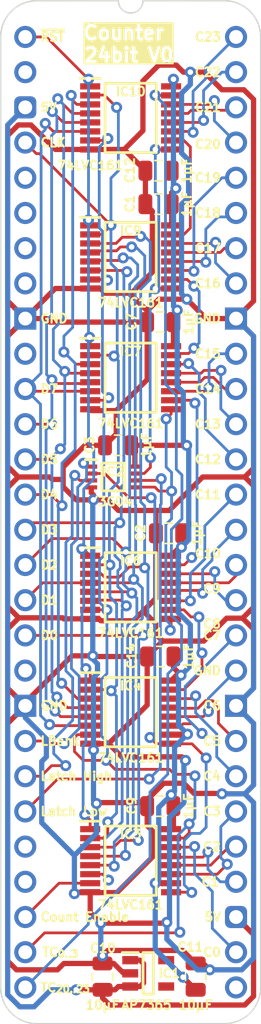
<source format=kicad_pcb>
(kicad_pcb (version 20241229) (generator "pcbnew") (generator_version "9.0")
  (title_block (title "Counter 24bit") (date "2025-01-03") (rev "V0"))
  (layers (0 "F.Cu" signal) (2 "B.Cu" signal) (13 "F.Paste" user) (15 "B.Paste" user) (5 "F.SilkS" user "F.Silkscreen") (7 "B.SilkS" user "B.Silkscreen") (1 "F.Mask" user) (3 "B.Mask" user) (25 "Edge.Cuts" user))
  (net 0 "")
  (net 1 "/3.3V")
  (net 2 "GND")
  (net 3 "5V")
  (net 5 "Count Enable")
  (net 6 "C1")
  (net 7 "D3")
  (net 8 "CLK")
  (net 9 "D2")
  (net 10 "C0")
  (net 11 "D0")
  (net 12 "C2")
  (net 13 "C3")
  (net 14 "Latch Low")
  (net 15 "TC_{0..3}")
  (net 16 "~{Reset}")
  (net 17 "D1")
  (net 18 "D7")
  (net 19 "C4")
  (net 20 "D4")
  (net 21 "C5")
  (net 22 "D6")
  (net 23 "C6")
  (net 24 "/TC_{4..7}")
  (net 25 "D5")
  (net 26 "C7")
  (net 27 "/~{Latch Bank}")
  (net 28 "C8")
  (net 33 "C9")
  (net 34 "C11")
  (net 35 "C10")
  (net 36 "C14")
  (net 37 "/TC_{8..11}")
  (net 38 "C12")
  (net 39 "C15")
  (net 40 "C13")
  (net 41 "C19")
  (net 42 "/TC_{12..15}")
  (net 43 "C16")
  (net 44 "C17")
  (net 45 "C18")
  (net 46 "/TC_{16..19}")
  (net 47 "C21")
  (net 48 "C20")
  (net 49 "TC_{20..23}")
  (net 50 "C22")
  (net 51 "C23")
  (net 58 "/~{Latch High}")
  (net 59 "Latch High")
  (net 60 "Latch Bank")
  (net 61 "/~{Latch Low}")
  (footprint "SamacSys_Parts:DIP-56_Board_W15.24mm" (layer "F.Cu") (at 0 0)
    (property "Reference" "J1" (hide yes))
    (property "Value" "Board 2x28 W15.24mm" (hide yes))
    (fp_line (start -1.778 68.58) (end -1.778 0) (stroke (width 0.1)) (layer "Edge.Cuts"))
    (fp_line (start 6.731 -2.6162) (end 0.835732 -2.613732) (stroke (width 0.1)) (layer "Edge.Cuts"))
    (fp_line (start 14.404267 -2.613733) (end 8.509 -2.6162) (stroke (width 0.1)) (layer "Edge.Cuts"))
    (fp_line (start 14.404268 71.193732) (end 0.835733 71.193733) (stroke (width 0.1)) (layer "Edge.Cuts"))
    (fp_line (start 17.018 68.58) (end 17.017999 -0.000001) (stroke (width 0.1)) (layer "Edge.Cuts"))
    (fp_arc (start -1.778 0) (mid -1.012456 -1.848188) (end 0.835732 -2.613732) (stroke (width 0.1)) (layer "Edge.Cuts"))
    (fp_arc (start 0.835733 71.193733) (mid -1.012456 70.428189) (end -1.778 68.58) (stroke (width 0.1)) (layer "Edge.Cuts"))
    (fp_arc (start 8.509 -2.6162) (mid 7.62 -1.7272) (end 6.731 -2.6162) (stroke (width 0.1)) (layer "Edge.Cuts"))
    (fp_arc (start 14.404267 -2.613733) (mid 16.252455 -1.848189) (end 17.017999 -0.000001) (stroke (width 0.1)) (layer "Edge.Cuts"))
    (fp_arc (start 17.018 68.58) (mid 16.252455 70.428187) (end 14.404268 71.193732) (stroke (width 0.1)) (layer "Edge.Cuts"))
  )
  (footprint "SamacSys_Parts:C_0805" (layer "F.Cu") (at 5.588 67.818)
    (property "Reference" "C10")
    (property "Value" "10µF")
  )
  (footprint "SamacSys_Parts:SOP65P640X110-16N" (layer "F.Cu") (at 7.62 24.588163)
    (property "Reference" "IC7")
    (property "Value" "74LVC161PW,112" (hide yes))
  )
  (footprint "SamacSys_Parts:SOT95P285X130-5N" (layer "F.Cu") (at 8.89 67.564)
    (property "Reference" "IC1")
    (property "Value" "AP7365-33WG-7" (hide yes))
  )
  (footprint "SamacSys_Parts:C_0805" (layer "F.Cu") (at 9.652 12.065 90)
    (property "Reference" "C1")
    (property "Value" "1μF")
  )
  (footprint "SamacSys_Parts:C_0805" (layer "F.Cu") (at 10.412 35.814 90)
    (property "Reference" "C2")
    (property "Value" "1μF")
  )
  (footprint "SamacSys_Parts:C_0805" (layer "F.Cu") (at 9.777 20.574 90)
    (property "Reference" "C7")
    (property "Value" "1μF")
  )
  (footprint "SamacSys_Parts:SOP65P640X110-16N" (layer "F.Cu") (at 7.62 39.710515)
    (property "Reference" "IC6")
    (property "Value" "74LVC161PW,112" (hide yes))
  )
  (footprint "SamacSys_Parts:SOP65P640X110-16N" (layer "F.Cu") (at 7.62 15.873804)
    (property "Reference" "IC9")
    (property "Value" "74LVC161PW,112" (hide yes))
  )
  (footprint "SamacSys_Parts:C_0805" (layer "F.Cu") (at 9.652 9.652 90)
    (property "Reference" "C12")
    (property "Value" "1μF")
  )
  (footprint "SamacSys_Parts:SOP65P640X110-16N" (layer "F.Cu") (at 7.62 48.7172)
    (property "Reference" "IC4")
    (property "Value" "74LVC161PW,112" (hide yes))
  )
  (footprint "SamacSys_Parts:SOP65P640X110-16N" (layer "F.Cu") (at 7.62 59.436)
    (property "Reference" "IC3")
    (property "Value" "74LVC161PW,112" (hide yes))
  )
  (footprint "SamacSys_Parts:C_0805" (layer "F.Cu") (at 6.729 29.464 90)
    (property "Reference" "C3")
    (property "Value" "1μF")
  )
  (footprint "SamacSys_Parts:SOP65P640X110-16N" (layer "F.Cu") (at 7.62 5.842)
    (property "Reference" "IC10")
    (property "Value" "74LVC161PW,112" (hide yes))
  )
  (footprint "SamacSys_Parts:C_0805" (layer "F.Cu") (at 12.319 67.818)
    (property "Reference" "C11")
    (property "Value" "10µF")
  )
  (footprint "SamacSys_Parts:SOP50P310X90-8N" (layer "F.Cu") (at 6.348 31.75)
    (property "Reference" "IC2")
    (property "Value" "SN74LVC3G04DCUR" (hide yes))
  )
  (footprint "SamacSys_Parts:C_0805" (layer "F.Cu") (at 9.779 44.704 90)
    (property "Reference" "C14")
    (property "Value" "1μF")
  )
  (footprint "SamacSys_Parts:C_0805" (layer "F.Cu") (at 9.779 55.499 90)
    (property "Reference" "C9")
    (property "Value" "1μF")
  )
  (gr_text "D2" (at 1.016 38.1 0) (layer "F.SilkS") (effects (font (size 0.635 0.635)) (justify left)))
  (gr_text "Latch Low" (at 1.016 55.88 0) (layer "F.SilkS") (effects (font (size 0.635 0.635)) (justify left)))
  (gr_text "D7" (at 1.016 25.4 0) (layer "F.SilkS") (effects (font (size 0.635 0.635)) (justify left)))
  (gr_text "TC_{20..23}" (at 1.016 68.58 0) (layer "F.SilkS") (effects (font (size 0.635 0.635)) (justify left)))
  (gr_text "5V" (at 14.224 63.5 0) (layer "F.SilkS") (effects (font (size 0.635 0.635)) (justify right)))
  (gr_text "C12" (at 14.224 30.48 0) (layer "F.SilkS") (effects (font (size 0.635 0.635)) (justify right)))
  (gr_text "GND" (at 1.016 48.26 0) (layer "F.SilkS") (effects (font (size 0.635 0.635)) (justify left)))
  (gr_text "Count Enable" (at 1.016 63.5 0) (layer "F.SilkS") (effects (font (size 0.635 0.635)) (justify left)))
  (gr_text "C19" (at 14.224 10.16 0) (layer "F.SilkS") (effects (font (size 0.635 0.635)) (justify right)))
  (gr_text "C13" (at 14.224 27.94 0) (layer "F.SilkS") (effects (font (size 0.635 0.635)) (justify right)))
  (gr_text "C20" (at 14.224 7.747 0) (layer "F.SilkS") (effects (font (size 0.635 0.635)) (justify right)))
  (gr_text "C0" (at 14.224 66.04 0) (layer "F.SilkS") (effects (font (size 0.635 0.635)) (justify right)))
  (gr_text "C5" (at 14.224 50.8 0) (layer "F.SilkS") (effects (font (size 0.635 0.635)) (justify right)))
  (gr_text "D0" (at 1.016 43.18 0) (layer "F.SilkS") (effects (font (size 0.635 0.635)) (justify left)))
  (gr_text "C7" (at 14.224 43.18 0) (layer "F.SilkS") (effects (font (size 0.635 0.635)) (justify right)))
  (gr_text "C8" (at 14.224 42.352115 0) (layer "F.SilkS") (effects (font (size 0.635 0.635)) (justify right)))
  (gr_text "C14" (at 14.224 25.4 0) (layer "F.SilkS") (effects (font (size 0.635 0.635)) (justify right)))
  (gr_text "C23" (at 14.222 0 0) (layer "F.SilkS") (effects (font (size 0.635 0.635)) (justify right)))
  (gr_text "C21" (at 14.224 5.08 0) (layer "F.SilkS") (effects (font (size 0.635 0.635)) (justify right)))
  (gr_text "C22" (at 14.222 2.54 0) (layer "F.SilkS") (effects (font (size 0.635 0.635)) (justify right)))
  (gr_text "TC_{0..3}" (at 1.143 66.04 0) (layer "F.SilkS") (effects (font (size 0.635 0.635)) (justify left)))
  (gr_text "Counter \n24bit V0" (at 7.493 0.508 0) (layer "F.SilkS" knockout) (effects (font (size 1 1) (thickness 0.2) (bold yes))))
  (gr_text "GND" (at 14.224 20.32 0) (layer "F.SilkS") (effects (font (size 0.635 0.635)) (justify right)))
  (gr_text "C15" (at 14.224 22.86 0) (layer "F.SilkS") (effects (font (size 0.635 0.635)) (justify right)))
  (gr_text "GND" (at 1.016 20.32 0) (layer "F.SilkS") (effects (font (size 0.635 0.635)) (justify left)))
  (gr_text "D5" (at 1.016 30.48 0) (layer "F.SilkS") (effects (font (size 0.635 0.635)) (justify left)))
  (gr_text "~{RST}" (at 1.014 0 0) (layer "F.SilkS") (effects (font (size 0.635 0.635)) (justify left)))
  (gr_text "D6" (at 1.016 27.94 0) (layer "F.SilkS") (effects (font (size 0.635 0.635)) (justify left)))
  (gr_text "C10" (at 14.224 37.272115 0) (layer "F.SilkS") (effects (font (size 0.635 0.635)) (justify right)))
  (gr_text "C1" (at 14.097 60.96 0) (layer "F.SilkS") (effects (font (size 0.635 0.635)) (justify right)))
  (gr_text "C6" (at 14.224 48.26 0) (layer "F.SilkS") (effects (font (size 0.635 0.635)) (justify right)))
  (gr_text "D4" (at 1.016 33.02 0) (layer "F.SilkS") (effects (font (size 0.635 0.635)) (justify left)))
  (gr_text "5V" (at 1.016 5.08 0) (layer "F.SilkS") (effects (font (size 0.635 0.635)) (justify left)))
  (gr_text "LBank" (at 1.016 50.8 0) (layer "F.SilkS") (effects (font (size 0.635 0.635)) (justify left)))
  (gr_text "C18" (at 14.224 12.7 0) (layer "F.SilkS") (effects (font (size 0.635 0.635)) (justify right)))
  (gr_text "C4" (at 14.224 53.34 0) (layer "F.SilkS") (effects (font (size 0.635 0.635)) (justify right)))
  (gr_text "C11" (at 14.224 33.02 0) (layer "F.SilkS") (effects (font (size 0.635 0.635)) (justify right)))
  (gr_text "C16" (at 14.222 17.78 0) (layer "F.SilkS") (effects (font (size 0.635 0.635)) (justify right)))
  (gr_text "D1" (at 1.016 40.64 0) (layer "F.SilkS") (effects (font (size 0.635 0.635)) (justify left)))
  (gr_text "C9" (at 14.224 39.812115 0) (layer "F.SilkS") (effects (font (size 0.635 0.635)) (justify right)))
  (gr_text "C17" (at 14.222 15.24 0) (layer "F.SilkS") (effects (font (size 0.635 0.635)) (justify right)))
  (gr_text "C2" (at 14.224 58.42 0) (layer "F.SilkS") (effects (font (size 0.635 0.635)) (justify right)))
  (gr_text "GND" (at 14.224 45.72 0) (layer "F.SilkS") (effects (font (size 0.635 0.635)) (justify right)))
  (gr_text "D3" (at 1.016 35.56 0) (layer "F.SilkS") (effects (font (size 0.635 0.635)) (justify left)))
  (gr_text "C3" (at 14.224 55.88 0) (layer "F.SilkS") (effects (font (size 0.635 0.635)) (justify right)))
  (gr_text "Latch High" (at 1.016 53.34 0) (layer "F.SilkS") (effects (font (size 0.635 0.635)) (justify left)))
  (gr_text "CLK" (at 1.016 7.62 0) (layer "F.SilkS") (effects (font (size 0.635 0.635)) (justify left)))
  (segment (start 10.713 55.499) (end 10.713 56.993) (width 0.38) (layer "F.Cu") (net 1))
  (segment (start 10.545 50.3422) (end 11.690674 50.3422) (width 0.38) (layer "F.Cu") (net 1))
  (segment (start 7.923 30.96) (end 7.923 29.724) (width 0.38) (layer "F.Cu") (net 1))
  (segment (start 9.396464 61.060991) (end 9.409599 61.074126) (width 0.38) (layer "F.Cu") (net 1))
  (segment (start 10.713 45.504677) (end 11.263992 46.055669) (width 0.38) (layer "F.Cu") (net 1))
  (segment (start 10.713 3.399) (end 10.545 3.567) (width 0.38) (layer "F.Cu") (net 1))
  (segment (start 9.409599 61.074126) (end 10.531874 61.074126) (width 0.38) (layer "F.Cu") (net 1))
  (segment (start 11.346 36.763162) (end 11.293367 36.815795) (width 0.38) (layer "F.Cu") (net 1))
  (segment (start 10.711 22.147163) (end 10.545 22.313163) (width 0.38) (layer "F.Cu") (net 1))
  (segment (start 11.346 35.814) (end 11.346 36.763162) (width 0.38) (layer "F.Cu") (net 1))
  (segment (start 10.19 66.623) (end 11.4075 67.8405) (width 0.38) (layer "F.Cu") (net 1))
  (segment (start 11.346 35.814) (end 11.346 36.634515) (width 0.38) (layer "F.Cu") (net 1))
  (segment (start 11.346 36.634515) (end 10.545 37.435515) (width 0.38) (layer "F.Cu") (net 1))
  (segment (start 10.931531 46.055669) (end 11.263992 46.055669) (width 0.38) (layer "F.Cu") (net 1))
  (segment (start 11.664609 29.464) (end 11.67 29.469391) (width 0.38) (layer "F.Cu") (net 1))
  (segment (start 10.733 9.799) (end 10.733 10.768002) (width 0.38) (layer "F.Cu") (net 1))
  (segment (start 10.586 13.557804) (end 10.545 13.598804) (width 0.38) (layer "F.Cu") (net 1))
  (segment (start 10.733 10.768002) (end 10.887 10.922002) (width 0.38) (layer "F.Cu") (net 1))
  (segment (start 10.541 54.700442) (end 10.553442 54.688) (width 0.38) (layer "F.Cu") (net 1))
  (segment (start 10.711 20.574) (end 10.711 22.147163) (width 0.38) (layer "F.Cu") (net 1))
  (segment (start 10.713 44.704) (end 10.713 45.504677) (width 0.38) (layer "F.Cu") (net 1))
  (segment (start 10.711 19.9855) (end 10.711 20.574) (width 0.38) (layer "F.Cu") (net 1))
  (segment (start 10.9835 19.713) (end 10.711 19.9855) (width 0.38) (layer "F.Cu") (net 1))
  (segment (start 10.586 11.223002) (end 10.887 10.922002) (width 0.38) (layer "F.Cu") (net 1))
  (segment (start 10.713 56.993) (end 10.545 57.161) (width 0.38) (layer "F.Cu") (net 1))
  (segment (start 10.541 55.327) (end 10.541 54.700442) (width 0.38) (layer "F.Cu") (net 1))
  (segment (start 12.319 68.752) (end 11.4075 67.8405) (width 0.38) (layer "F.Cu") (net 1))
  (segment (start 7.663 29.464) (end 11.664609 29.464) (width 0.38) (layer "F.Cu") (net 1))
  (segment (start 11.690674 50.3422) (end 11.728874 50.304) (width 0.38) (layer "F.Cu") (net 1))
  (segment (start 10.545 46.4422) (end 10.931531 46.055669) (width 0.38) (layer "F.Cu") (net 1))
  (segment (start 10.586 12.065) (end 10.586 13.557804) (width 0.38) (layer "F.Cu") (net 1))
  (segment (start 10.586 12.065) (end 10.586 11.223002) (width 0.38) (layer "F.Cu") (net 1))
  (via (at 10.553442 54.688) (size 0.8) (drill 0.4) (layers "F.Cu" "B.Cu") (net 1))
  (via (at 11.293367 36.815795) (size 0.8) (drill 0.4) (layers "F.Cu" "B.Cu") (net 1))
  (via (at 10.713 3.048) (size 0.8) (drill 0.4) (layers "F.Cu" "B.Cu") (net 1))
  (via (at 11.4075 67.8405) (size 0.8) (drill 0.4) (layers "F.Cu" "B.Cu") (net 1))
  (via (at 11.728874 50.304) (size 0.8) (drill 0.4) (layers "F.Cu" "B.Cu") (net 1))
  (via (at 11.263992 46.055669) (size 0.8) (drill 0.4) (layers "F.Cu" "B.Cu") (net 1))
  (via (at 10.887 10.922002) (size 0.8) (drill 0.4) (layers "F.Cu" "B.Cu") (net 1))
  (via (at 11.67 29.469391) (size 0.8) (drill 0.4) (layers "F.Cu" "B.Cu") (net 1))
  (via (at 10.9835 19.713) (size 0.8) (drill 0.4) (layers "F.Cu" "B.Cu") (net 1))
  (via (at 9.396464 61.060991) (size 0.8) (drill 0.4) (layers "F.Cu" "B.Cu") (net 1))
  (segment (start 10.794 51.238874) (end 11.728874 50.304) (width 0.38) (layer "B.Cu") (net 1))
  (segment (start 11.728874 50.304) (end 11.076998 49.652124) (width 0.38) (layer "B.Cu") (net 1))
  (segment (start 11.936 42.416) (end 11.055 41.535) (width 0.38) (layer "B.Cu") (net 1))
  (segment (start 9.396464 61.060991) (end 9.396464 65.829464) (width 0.38) (layer "B.Cu") (net 1))
  (segment (start 11.076998 49.652124) (end 11.076998 46.242663) (width 0.38) (layer "B.Cu") (net 1))
  (segment (start 11.055 37.054162) (end 11.293367 36.815795) (width 0.38) (layer "B.Cu") (net 1))
  (segment (start 10.721 11.088002) (end 10.887 10.922002) (width 0.38) (layer "B.Cu") (net 1))
  (segment (start 11.076998 46.242663) (end 11.263992 46.055669) (width 0.38) (layer "B.Cu") (net 1))
  (segment (start 11.936 45.383661) (end 11.936 42.416) (width 0.38) (layer "B.Cu") (net 1))
  (segment (start 9.65 55.591442) (end 10.553442 54.688) (width 0.38) (layer "B.Cu") (net 1))
  (segment (start 11.818905 36.290257) (end 11.293367 36.815795) (width 0.38) (layer "B.Cu") (net 1))
  (segment (start 9.396464 65.829464) (end 11.4075 67.8405) (width 0.38) (layer "B.Cu") (net 1))
  (segment (start 11.055 41.535) (end 11.055 37.054162) (width 0.38) (layer "B.Cu") (net 1))
  (segment (start 9.396464 61.060991) (end 9.65 60.807455) (width 0.38) (layer "B.Cu") (net 1))
  (segment (start 10.713 3.048) (end 10.713 10.748002) (width 0.38) (layer "B.Cu") (net 1))
  (segment (start 10.9835 25.2095) (end 11.428 25.654) (width 0.38) (layer "B.Cu") (net 1))
  (segment (start 10.9835 19.713) (end 10.721 19.4505) (width 0.38) (layer "B.Cu") (net 1))
  (segment (start 10.553442 54.688) (end 10.794 54.447442) (width 0.38) (layer "B.Cu") (net 1))
  (segment (start 10.713 10.748002) (end 10.887 10.922002) (width 0.38) (layer "B.Cu") (net 1))
  (segment (start 10.794 54.447442) (end 10.794 51.238874) (width 0.38) (layer "B.Cu") (net 1))
  (segment (start 9.65 60.807455) (end 9.65 55.591442) (width 0.38) (layer "B.Cu") (net 1))
  (segment (start 11.428 29.227391) (end 11.67 29.469391) (width 0.38) (layer "B.Cu") (net 1))
  (segment (start 11.263992 46.055669) (end 11.936 45.383661) (width 0.38) (layer "B.Cu") (net 1))
  (segment (start 10.9835 19.713) (end 10.9835 25.2095) (width 0.38) (layer "B.Cu") (net 1))
  (segment (start 11.67 29.469391) (end 11.818905 29.618296) (width 0.38) (layer "B.Cu") (net 1))
  (segment (start 10.721 19.4505) (end 10.721 11.088002) (width 0.38) (layer "B.Cu") (net 1))
  (segment (start 11.428 25.654) (end 11.428 29.227391) (width 0.38) (layer "B.Cu") (net 1))
  (segment (start 11.818905 29.618296) (end 11.818905 36.290257) (width 0.38) (layer "B.Cu") (net 1))
  (segment (start 4.927 33.401) (end 4.927 33.047) (width 0.38) (layer "F.Cu") (net 2))
  (segment (start 8.813 24.725334) (end 8.813 19.76) (width 0.38) (layer "F.Cu") (net 2))
  (segment (start 8.686 12.065) (end 9.185938 12.564938) (width 0.38) (layer "F.Cu") (net 2))
  (segment (start 4.695 8.117) (end 2.179915 8.117) (width 0.38) (layer "F.Cu") (net 2))
  (segment (start 12.952 2.54) (end 11.936 2.54) (width 0.38) (layer "F.Cu") (net 2))
  (segment (start 9.43 42.325) (end 9.43 43.091) (width 0.38) (layer "F.Cu") (net 2))
  (segment (start 2.179915 8.117) (end 0.412915 6.35) (width 0.38) (layer "F.Cu") (net 2))
  (segment (start 5.588 66.852) (end 2.789 66.852) (width 0.38) (layer "F.Cu") (net 2))
  (segment (start -0.469 41.91) (end -1.272 42.713) (width 0.38) (layer "F.Cu") (net 2))
  (segment (start 8.813 55.04794) (end 10.01294 53.848) (width 0.38) (layer "F.Cu") (net 2))
  (segment (start 6.629588 61.739352) (end 4.723352 61.739352) (width 0.38) (layer "F.Cu") (net 2))
  (segment (start 2.739292 31.925521) (end 2.739292 31.042708) (width 0.38) (layer "F.Cu") (net 2))
  (segment (start 11.327688 51.943) (end 6.9816 51.943) (width 0.38) (layer "F.Cu") (net 2))
  (segment (start -1.272 41.107) (end -0.469 41.91) (width 0.38) (layer "F.Cu") (net 2))
  (segment (start -1.272 7.112) (end -1.272 19.048) (width 0.38) (layer "F.Cu") (net 2))
  (segment (start 16.508 46.992) (end 16.508 42.728) (width 0.38) (layer "F.Cu") (net 2))
  (segment (start 0.412915 6.35) (end -0.51 6.35) (width 0.38) (layer "F.Cu") (net 2))
  (segment (start 12.199041 54.581922) (end 14.193922 54.581922) (width 0.38) (layer "F.Cu") (net 2))
  (segment (start -0.51 31.75) (end -1.272 30.988) (width 0.38) (layer "F.Cu") (net 2))
  (segment (start 4.695 61.711) (end 4.695 63.177) (width 0.38) (layer "F.Cu") (net 2))
  (segment (start 11.38 65.913) (end 5.969 65.913) (width 0.38) (layer "F.Cu") (net 2))
  (segment (start 1.524 20.32) (end 0 20.32) (width 0.38) (layer "F.Cu") (net 2))
  (segment (start -1.272 19.048) (end 0 20.32) (width 0.38) (layer "F.Cu") (net 2))
  (segment (start -1.272 46.988) (end -0.346482 47.913518) (width 0.38) (layer "F.Cu") (net 2))
  (segment (start 10.01294 53.848) (end 11.465119 53.848) (width 0.38) (layer "F.Cu") (net 2))
  (segment (start -0.51 31.75) (end 1.776 31.75) (width 0.38) (layer "F.Cu") (net 2))
  (segment (start 16.508 31.115) (end 16.508 21.588) (width 0.38) (layer "F.Cu") (net 2))
  (segment (start 8.507 3.175) (end 8.507 6.761) (width 0.38) (layer "F.Cu") (net 2))
  (segment (start 2.331 67.31) (end -0.635 67.31) (width 0.38) (layer "F.Cu") (net 2))
  (segment (start 5.066 51.3632) (end 4.976206 51.452994) (width 0.38) (layer "F.Cu") (net 2))
  (segment (start 15.873 31.75) (end 16.508 31.115) (width 0.38) (layer "F.Cu") (net 2))
  (segment (start 4.933 51.2302) (end 4.933 51.452994) (width 0.38) (layer "F.Cu") (net 2))
  (segment (start -1.272 42.713) (end -1.272 46.988) (width 0.38) (layer "F.Cu") (net 2))
  (segment (start 5.429479 18.148804) (end 4.695 18.148804) (width 0.38) (layer "F.Cu") (net 2))
  (segment (start 14.222 3.81) (end 12.952 2.54) (width 0.38) (layer "F.Cu") (net 2))
  (segment (start 3.683 33.401) (end 4.927 33.401) (width 0.38) (layer "F.Cu") (net 2))
  (segment (start 6.4 66.852) (end 5.588 66.852) (width 0.38) (layer "F.Cu") (net 2))
  (segment (start -1.272 32.512) (end -1.272 41.107) (width 0.38) (layer "F.Cu") (net 2))
  (segment (start 5.319111 41.985515) (end 5.459 42.125404) (width 0.38) (layer "F.Cu") (net 2))
  (segment (start 6.576769 26.961565) (end 6.576769 28.650231) (width 0.38) (layer "F.Cu") (net 2))
  (segment (start 5.211096 55.245) (end 5.147675 55.308421) (width 0.38) (layer "F.Cu") (net 2))
  (segment (start -0.51 6.35) (end -1.272 7.112) (width 0.38) (layer "F.Cu") (net 2))
  (segment (start 4.695 61.711) (end 3.650299 61.711) (width 0.38) (layer "F.Cu") (net 2))
  (segment (start 2.7776 41.985515) (end 2.702085 41.91) (width 0.38) (layer "F.Cu") (net 2))
  (segment (start 4.976206 51.452994) (end 4.933 51.452994) (width 0.38) (layer "F.Cu") (net 2))
  (segment (start 11.936 2.54) (end 11.43 2.54) (width 0.38) (layer "F.Cu") (net 2))
  (segment (start 1.778 20.574) (end 8.811 20.574) (width 0.38) (layer "F.Cu") (net 2))
  (segment (start 6.9816 51.943) (end 6.0308 50.9922) (width 0.38) (layer "F.Cu") (net 2))
  (segment (start 5.461 63.943) (end 10.178406 63.943) (width 0.38) (layer "F.Cu") (net 2))
  (segment (start 2.739292 31.925521) (end 1.951521 31.925521) (width 0.38) (layer "F.Cu") (net 2))
  (segment (start 6.576769 28.650231) (end 5.763 29.464) (width 0.38) (layer "F.Cu") (net 2))
  (segment (start 9.65 2.032) (end 8.507 3.175) (width 0.38) (layer "F.Cu") (net 2))
  (segment (start -0.635 67.31) (end -1.27 66.675) (width 0.38) (layer "F.Cu") (net 2))
  (segment (start 9.446 34.165) (end 6.733 34.165) (width 0.38) (layer "F.Cu") (net 2))
  (segment (start 4.695 26.863163) (end 4.793402 26.961565) (width 0.38) (layer "F.Cu") (net 2))
  (segment (start 16.508 4.506001) (end 15.811999 3.81) (width 0.38) (layer "F.Cu") (net 2))
  (segment (start 15.873 31.75) (end 16.508 32.385) (width 0.38) (layer "F.Cu") (net 2))
  (segment (start 16.508 49.528) (end 15.24 48.26) (width 0.38) (layer "F.Cu") (net 2))
  (segment (start 15.718 41.938) (end 14.560042 41.938) (width 0.38) (layer "F.Cu") (net 2))
  (segment (start 15.875 54.61) (end 16.508 53.977) (width 0.38) (layer "F.Cu") (net 2))
  (segment (start 8.686 9.652) (end 7.151 8.117) (width 0.38) (layer "F.Cu") (net 2))
  (segment (start 1.778 20.574) (end 1.524 20.32) (width 0.38) (layer "F.Cu") (net 2))
  (segment (start 12.909042 43.589) (end 9.928 43.589) (width 0.38) (layer "F.Cu") (net 2))
  (segment (start 14.193922 54.581922) (end 14.222 54.61) (width 0.38) (layer "F.Cu") (net 2))
  (segment (start 5.969 65.913) (end 5.588 66.294) (width 0.38) (layer "F.Cu") (net 2))
  (segment (start 8.525673 41.420673) (end 9.43 42.325) (width 0.38) (layer "F.Cu") (net 2))
  (segment (start 14.560042 41.938) (end 12.909042 43.589) (width 0.38) (layer "F.Cu") (net 2))
  (segment (start 11.43 2.54) (end 10.922 2.032) (width 0.38) (layer "F.Cu") (net 2))
  (segment (start 15.24 20.32) (end 16.508 19.052) (width 0.38) (layer "F.Cu") (net 2))
  (segment (start 12.827 31.75) (end 15.873 31.75) (width 0.38) (layer "F.Cu") (net 2))
  (segment (start 9.43 40.516346) (end 9.43 35.83) (width 0.38) (layer "F.Cu") (net 2))
  (segment (start 11.465119 53.848) (end 12.199041 54.581922) (width 0.38) (layer "F.Cu") (net 2))
  (segment (start 15.24 20.32) (end 16.508 21.588) (width 0.38) (layer "F.Cu") (net 2))
  (segment (start -0.51 31.75) (end -1.272 32.512) (width 0.38) (layer "F.Cu") (net 2))
  (segment (start 11.584 52.199312) (end 11.327688 51.943) (width 0.38) (layer "F.Cu") (net 2))
  (segment (start 8.813 56.904062) (end 9.312938 57.404) (width 0.38) (layer "F.Cu") (net 2))
  (segment (start 15.811999 3.81) (end 14.222 3.81) (width 0.38) (layer "F.Cu") (net 2))
  (segment (start 16.508 32.385) (end 16.508 41.148) (width 0.38) (layer "F.Cu") (net 2))
  (segment (start 7.67 18.490004) (end 7.67 18.617) (width 0.38) (layer "F.Cu") (net 2))
  (segment (start 4.793402 26.961565) (end 6.576769 26.961565) (width 0.38) (layer "F.Cu") (net 2))
  (segment (start 9.185938 16.974066) (end 7.67 18.490004) (width 0.38) (layer "F.Cu") (net 2))
  (segment (start 2.739292 31.042708) (end 4.318 29.464) (width 0.38) (layer "F.Cu") (net 2))
  (segment (start 2.739292 32.457292) (end 3.683 33.401) (width 0.38) (layer "F.Cu") (net 2))
  (segment (start 8.559 55.245) (end 5.211096 55.245) (width 0.38) (layer "F.Cu") (net 2))
  (segment (start 8.813 19.76) (end 9.65 18.923) (width 0.38) (layer "F.Cu") (net 2))
  (segment (start 7.67 18.617) (end 8.813 19.76) (width 0.38) (layer "F.Cu") (net 2))
  (segment (start 9.65 18.923) (end 11.682 18.923) (width 0.38) (layer "F.Cu") (net 2))
  (segment (start 7.59 67.564) (end 7.112 67.564) (width 0.38) (layer "F.Cu") (net 2))
  (segment (start -1.27 66.675) (end -1.27 49.53) (width 0.38) (layer "F.Cu") (net 2))
  (segment (start 5.588 66.852) (end 5.588 66.294) (width 0.38) (layer "F.Cu") (net 2))
  (segment (start 7.151 8.117) (end 4.695 8.117) (width 0.38) (layer "F.Cu") (net 2))
  (segment (start 8.813 44.704) (end 4.929496 44.704) (width 0.38) (layer "F.Cu") (net 2))
  (segment (start 6.733 34.165) (end 5.969 33.401) (width 0.38) (layer "F.Cu") (net 2))
  (segment (start 0 20.318) (end 2.169196 18.148804) (width 0.38) (layer "F.Cu") (net 2))
  (segment (start 8.813 48.21) (end 8.813 44.704) (width 0.38) (layer "F.Cu") (net 2))
  (segment (start 8.525673 41.420673) (end 7.820942 42.125404) (width 0.38) (layer "F.Cu") (net 2))
  (segment (start 2.789 66.852) (end 2.331 67.31) (width 0.38) (layer "F.Cu") (net 2))
  (segment (start 12.319 66.852) (end 11.38 65.913) (width 0.38) (layer "F.Cu") (net 2))
  (segment (start 9.928 43.589) (end 9.43 43.091) (width 0.38) (layer "F.Cu") (net 2))
  (segment (start 4.927 33.047) (end 4.773 32.893) (width 0.38) (layer "F.Cu") (net 2))
  (segment (start 3.366726 44.655662) (end 4.881158 44.655662) (width 0.38) (layer "F.Cu") (net 2))
  (segment (start 8.686 12.065) (end 8.686 9.652) (width 0.38) (layer "F.Cu") (net 2))
  (segment (start 6.576769 26.961565) (end 8.813 24.725334) (width 0.38) (layer "F.Cu") (net 2))
  (segment (start 9.446 35.814) (end 9.446 34.165) (width 0.38) (layer "F.Cu") (net 2))
  (segment (start 5.969 33.401) (end 4.927 33.401) (width 0.38) (layer "F.Cu") (net 2))
  (segment (start 4.695 50.9922) (end 4.933 51.2302) (width 0.38) (layer "F.Cu") (net 2))
  (segment (start 4.929496 44.704) (end 4.881158 44.655662) (width 0.38) (layer "F.Cu") (net 2))
  (segment (start -1.272 30.988) (end -1.272 21.592) (width 0.38) (layer "F.Cu") (net 2))
  (segment (start 0 48.022388) (end 3.366726 44.655662) (width 0.38) (layer "F.Cu") (net 2))
  (segment (start 9.446 34.165) (end 10.412 34.165) (width 0.38) (layer "F.Cu") (net 2))
  (segment (start 2.169196 18.148804) (end 4.695 18.148804) (width 0.38) (layer "F.Cu") (net 2))
  (segment (start 10.922 2.032) (end 9.65 2.032) (width 0.38) (layer "F.Cu") (net 2))
  (segment (start 4.695 41.985515) (end 2.7776 41.985515) (width 0.38) (layer "F.Cu") (net 2))
  (segment (start -1.27 49.53) (end 0 48.26) (width 0.38) (layer "F.Cu") (net 2))
  (segment (start 9.312938 59.056002) (end 6.629588 61.739352) (width 0.38) (layer "F.Cu") (net 2))
  (segment (start 15.24 48.26) (end 16.508 46.992) (width 0.38) (layer "F.Cu") (net 2))
  (segment (start 6.0308 50.9922) (end 8.813 48.21) (width 0.38) (layer "F.Cu") (net 2))
  (segment (start 14.222 54.61) (end 15.875 54.61) (width 0.38) (layer "F.Cu") (net 2))
  (segment (start 7.112 67.564) (end 6.4 66.852) (width 0.38) (layer "F.Cu") (net 2))
  (segment (start 4.773 32.54) (end 4.773 32.893) (width 0.38) (layer "F.Cu") (net 2))
  (segment (start 7.67 18.490004) (end 5.770679 18.490004) (width 0.38) (layer "F.Cu") (net 2))
  (segment (start 4.695 50.9922) (end 6.0308 50.9922) (width 0.38) (layer "F.Cu") (net 2))
  (segment (start 3.650299 61.711) (end 3.550299 61.811) (width 0.38) (layer "F.Cu") (net 2))
  (segment (start 4.695 63.177) (end 5.461 63.943) (width 0.38) (layer "F.Cu") (net 2))
  (segment (start 10.412 34.165) (end 12.827 31.75) (width 0.38) (layer "F.Cu") (net 2))
  (segment (start 16.508 53.977) (end 16.508 49.528) (width 0.38) (layer "F.Cu") (net 2))
  (segment (start 13.079 20.32) (end 11.682 18.923) (width 0.38) (layer "F.Cu") (net 2))
  (segment (start 15.24 20.32) (end 13.079 20.32) (width 0.38) (layer "F.Cu") (net 2))
  (segment (start 2.739292 31.925521) (end 2.739292 32.457292) (width 0.38) (layer "F.Cu") (net 2))
  (segment (start 8.507 6.761) (end 7.151 8.117) (width 0.38) (layer "F.Cu") (net 2))
  (segment (start 8.525673 41.420673) (end 9.43 40.516346) (width 0.38) (layer "F.Cu") (net 2))
  (segment (start 12.396 66.929) (end 12.954026 66.929) (width 0.38) (layer "F.Cu") (net 2))
  (segment (start 7.820942 42.125404) (end 5.459 42.125404) (width 0.38) (layer "F.Cu") (net 2))
  (segment (start 8.813 55.499) (end 8.813 56.904062) (width 0.38) (layer "F.Cu") (net 2))
  (segment (start 9.312938 57.404) (end 9.312938 59.056002) (width 0.38) (layer "F.Cu") (net 2))
  (segment (start 9.185938 12.564938) (end 9.185938 16.974066) (width 0.38) (layer "F.Cu") (net 2))
  (segment (start 12.954026 66.929) (end 13.335024 67.309998) (width 0.38) (layer "F.Cu") (net 2))
  (segment (start 4.318 29.464) (end 5.763 29.464) (width 0.38) (layer "F.Cu") (net 2))
  (segment (start 16.508 41.148) (end 15.718 41.938) (width 0.38) (layer "F.Cu") (net 2))
  (segment (start -1.272 21.592) (end 0 20.32) (width 0.38) (layer "F.Cu") (net 2))
  (segment (start 5.770679 18.490004) (end 5.429479 18.148804) (width 0.38) (layer "F.Cu") (net 2))
  (segment (start 2.702085 41.91) (end -0.469 41.91) (width 0.38) (layer "F.Cu") (net 2))
  (segment (start 1.951521 31.925521) (end 1.776 31.75) (width 0.38) (layer "F.Cu") (net 2))
  (segment (start 10.178406 63.943) (end 10.236464 63.884942) (width 0.38) (layer "F.Cu") (net 2))
  (segment (start 9.928 43.589) (end 8.813 44.704) (width 0.38) (layer "F.Cu") (net 2))
  (segment (start 16.508 42.728) (end 15.718 41.938) (width 0.38) (layer "F.Cu") (net 2))
  (segment (start 4.695 41.985515) (end 5.319111 41.985515) (width 0.38) (layer "F.Cu") (net 2))
  (segment (start 16.508 19.052) (end 16.508 4.506001) (width 0.38) (layer "F.Cu") (net 2))
  (via (at 5.147675 55.308421) (size 0.8) (drill 0.4) (layers "F.Cu" "B.Cu") (net 2))
  (via (at 5.461 63.943) (size 0.8) (drill 0.4) (layers "F.Cu" "B.Cu") (net 2))
  (via (at 10.236464 63.884942) (size 0.8) (drill 0.4) (layers "F.Cu" "B.Cu") (net 2))
  (via (at 4.927 33.401) (size 0.8) (drill 0.4) (layers "F.Cu" "B.Cu") (net 2))
  (via (at 14.222 54.61) (size 0.8) (drill 0.4) (layers "F.Cu" "B.Cu") (net 2))
  (via (at 11.682 18.923) (size 0.8) (drill 0.4) (layers "F.Cu" "B.Cu") (net 2))
  (via (at 13.335024 67.309998) (size 0.8) (drill 0.4) (layers "F.Cu" "B.Cu") (net 2))
  (via (at 3.550299 61.811) (size 0.8) (drill 0.4) (layers "F.Cu" "B.Cu") (net 2))
  (via (at 11.584 52.199312) (size 0.8) (drill 0.4) (layers "F.Cu" "B.Cu") (net 2))
  (via (at 11.936 2.54) (size 0.8) (drill 0.4) (layers "F.Cu" "B.Cu") (net 2))
  (via (at 4.881158 44.655662) (size 0.8) (drill 0.4) (layers "F.Cu" "B.Cu") (net 2))
  (via (at 4.933 51.452994) (size 0.8) (drill 0.4) (layers "F.Cu" "B.Cu") (net 2))
  (via (at 5.588 66.294) (size 0.8) (drill 0.4) (layers "F.Cu" "B.Cu") (net 2))
  (segment (start 5.461 63.943) (end 5.461 66.167) (width 0.38) (layer "B.Cu") (net 2))
  (segment (start 5.221556 45.927129) (end 4.933 46.215685) (width 0.38) (layer "B.Cu") (net 2))
  (segment (start 5.147675 55.308421) (end 4.932995 55.093741) (width 0.38) (layer "B.Cu") (net 2))
  (segment (start 10.43 56.301244) (end 10.43 63.691406) (width 0.38) (layer "B.Cu") (net 2))
  (segment (start 15.875 54.61) (end 16.51 53.975) (width 0.38) (layer "B.Cu") (net 2))
  (segment (start 4.881158 44.655662) (end 4.881158 44.890851) (width 0.38) (layer "B.Cu") (net 2))
  (segment (start 11.301 4.064) (end 11.301 8.382) (width 0.38) (layer "B.Cu") (net 2))
  (segment (start 11.809 8.89) (end 11.809 11.559) (width 0.38) (layer "B.Cu") (net 2))
  (segment (start 12.445998 67.309998) (end 13.335024 67.309998) (width 0.38) (layer "B.Cu") (net 2))
  (segment (start 11.301 12.067) (end 11.301 18.542) (width 0.38) (layer "B.Cu") (net 2))
  (segment (start 5.221556 45.231249) (end 5.221556 45.927129) (width 0.38) (layer "B.Cu") (net 2))
  (segment (start 15.875 54.61) (end 16.51 55.245) (width 0.38) (layer "B.Cu") (net 2))
  (segment (start 4.932995 55.093741) (end 4.932995 51.452999) (width 0.38) (layer "B.Cu") (net 2))
  (segment (start 0 48.26) (end 0 49.117085) (width 0.38) (layer "B.Cu") (net 2))
  (segment (start 16.51 53.975) (end 16.51 49.53) (width 0.38) (layer "B.Cu") (net 2))
  (segment (start 15.652917 67.309998) (end 13.335024 67.309998) (width 0.38) (layer "B.Cu") (net 2))
  (segment (start 4.933 46.215685) (end 4.933 51.452994) (width 0.38) (layer "B.Cu") (net 2))
  (segment (start 16.508 46.992) (end 15.24 48.26) (width 0.38) (layer "B.Cu") (net 2))
  (segment (start 1.19 56.698402) (end 3.550299 59.058701) (width 0.38) (layer "B.Cu") (net 2))
  (segment (start 10.236464 63.884942) (end 10.236464 65.100464) (width 0.38) (layer "B.Cu") (net 2))
  (segment (start 4.879166 33.448834) (end 4.927 33.401) (width 0.38) (layer "B.Cu") (net 2))
  (segment (start 5.147675 57.461325) (end 3.550299 59.058701) (width 0.38) (layer "B.Cu") (net 2))
  (segment (start 16.51 55.245) (end 16.51 66.452915) (width 0.38) (layer "B.Cu") (net 2))
  (segment (start 11.936 3.429) (end 11.301 4.064) (width 0.38) (layer "B.Cu") (net 2))
  (segment (start 5.461 66.167) (end 5.588 66.294) (width 0.38) (layer "B.Cu") (net 2))
  (segment (start 1.19 52.277) (end 1.19 56.698402) (width 0.38) (layer "B.Cu") (net 2))
  (segment (start 1.524 51.943) (end 1.19 52.277) (width 0.38) (layer "B.Cu") (net 2))
  (segment (start 4.881158 44.890851) (end 5.221556 45.231249) (width 0.38) (layer "B.Cu") (net 2))
  (segment (start 5.147675 55.308421) (end 5.147675 57.461325) (width 0.38) (layer "B.Cu") (net 2))
  (segment (start 10.43 63.691406) (end 10.236464 63.884942) (width 0.38) (layer "B.Cu") (net 2))
  (segment (start 4.879166 44.65367) (end 4.879166 33.448834) (width 0.38) (layer "B.Cu") (net 2))
  (segment (start 11.936 2.54) (end 11.936 3.429) (width 0.38) (layer "B.Cu") (net 2))
  (segment (start 16.51 66.452915) (end 15.652917 67.309998) (width 0.38) (layer "B.Cu") (net 2))
  (segment (start 14.222 54.61) (end 15.875 54.61) (width 0.38) (layer "B.Cu") (net 2))
  (segment (start 4.932995 51.452999) (end 4.933 51.452994) (width 0.38) (layer "B.Cu") (net 2))
  (segment (start 11.584 52.199312) (end 11.470629 52.312683) (width 0.38) (layer "B.Cu") (net 2))
  (segment (start 11.470629 52.312683) (end 11.470629 55.260615) (width 0.38) (layer "B.Cu") (net 2))
  (segment (start 11.470629 55.260615) (end 10.43 56.301244) (width 0.38) (layer "B.Cu") (net 2))
  (segment (start 3.550299 59.058701) (end 3.550299 61.811) (width 0.38) (layer "B.Cu") (net 2))
  (segment (start 11.809 11.559) (end 11.301 12.067) (width 0.38) (layer "B.Cu") (net 2))
  (segment (start 16.51 49.53) (end 15.24 48.26) (width 0.38) (layer "B.Cu") (net 2))
  (segment (start 11.301 8.382) (end 11.809 8.89) (width 0.38) (layer "B.Cu") (net 2))
  (segment (start 11.301 18.542) (end 11.682 18.923) (width 0.38) (layer "B.Cu") (net 2))
  (segment (start 0 49.117085) (end 1.524 50.641085) (width 0.38) (layer "B.Cu") (net 2))
  (segment (start 15.24 20.32) (end 16.508 21.588) (width 0.38) (layer "B.Cu") (net 2))
  (segment (start 16.508 21.588) (end 16.508 46.992) (width 0.38) (layer "B.Cu") (net 2))
  (segment (start 1.524 50.641085) (end 1.524 51.943) (width 0.38) (layer "B.Cu") (net 2))
  (segment (start 10.236464 65.100464) (end 12.445998 67.309998) (width 0.38) (layer "B.Cu") (net 2))
  (segment (start 4.881158 44.655662) (end 4.879166 44.65367) (width 0.38) (layer "B.Cu") (net 2))
  (segment (start 7.59 68.514) (end 6.731 68.514) (width 0.38) (layer "F.Cu") (net 3))
  (segment (start 8.295 66.614) (end 8.555 66.874) (width 0.38) (layer "F.Cu") (net 3))
  (segment (start 6.493 68.752) (end 6.731 68.514) (width 0.38) (layer "F.Cu") (net 3))
  (segment (start 5.588 68.752) (end 6.493 68.752) (width 0.38) (layer "F.Cu") (net 3))
  (segment (start 15.875 69.85) (end 6.096 69.85) (width 0.38) (layer "F.Cu") (net 3))
  (segment (start 16.508 64.768) (end 16.508 69.217) (width 0.38) (layer "F.Cu") (net 3))
  (segment (start 5.588 69.342) (end 5.588 68.752) (width 0.38) (layer "F.Cu") (net 3))
  (segment (start 5.588 68.752) (end 3.683 68.752) (width 0.38) (layer "F.Cu") (net 3))
  (segment (start 8.295 68.514) (end 7.59 68.514) (width 0.38) (layer "F.Cu") (net 3))
  (segment (start 8.555 68.254) (end 8.295 68.514) (width 0.38) (layer "F.Cu") (net 3))
  (segment (start 16.508 69.217) (end 15.875 69.85) (width 0.38) (layer "F.Cu") (net 3))
  (segment (start 8.555 66.874) (end 8.555 68.254) (width 0.38) (layer "F.Cu") (net 3))
  (segment (start 7.59 66.614) (end 8.295 66.614) (width 0.38) (layer "F.Cu") (net 3))
  (segment (start 15.24 63.5) (end 16.508 64.768) (width 0.38) (layer "F.Cu") (net 3))
  (segment (start 6.096 69.85) (end 5.588 69.342) (width 0.38) (layer "F.Cu") (net 3))
  (via (at 3.683 68.752) (size 0.8) (drill 0.4) (layers "F.Cu" "B.Cu") (net 3))
  (segment (start -1.272 6.352) (end -1.272 69.102957) (width 0.38) (layer "B.Cu") (net 3))
  (segment (start 0 5.08) (end -1.272 6.352) (width 0.38) (layer "B.Cu") (net 3))
  (segment (start 0.635 69.977) (end 1.86 68.752) (width 0.38) (layer "B.Cu") (net 3))
  (segment (start 1.86 68.752) (end 3.683 68.752) (width 0.38) (layer "B.Cu") (net 3))
  (segment (start -1.272 69.102957) (end -0.397957 69.977) (width 0.38) (layer "B.Cu") (net 3))
  (segment (start -0.397957 69.977) (end 0.635 69.977) (width 0.38) (layer "B.Cu") (net 3))
  (segment (start 2.439 61.061) (end 0 63.5) (width 0.2) (layer "F.Cu") (net 5))
  (segment (start 4.695 61.061) (end 2.439 61.061) (width 0.2) (layer "F.Cu") (net 5))
  (segment (start 10.616 59.182) (end 12.846572 59.182) (width 0.2) (layer "F.Cu") (net 6))
  (segment (start 12.846572 59.182) (end 13.208 58.820572) (width 0.2) (layer "F.Cu") (net 6))
  (via (at 13.208 58.820572) (size 0.8) (drill 0.4) (layers "F.Cu" "B.Cu") (net 6))
  (segment (start 15.24 60.96) (end 14.10863 60.96) (width 0.2) (layer "B.Cu") (net 6))
  (segment (start 13.208 60.05937) (end 13.208 58.820572) (width 0.2) (layer "B.Cu") (net 6))
  (segment (start 14.10863 60.96) (end 13.208 60.05937) (width 0.2) (layer "B.Cu") (net 6))
  (segment (start 5.598283 60.411) (end 4.695 60.411) (width 0.2) (layer "F.Cu") (net 7))
  (segment (start 7.346707 16.936343) (end 7.259168 16.848804) (width 0.2) (layer "F.Cu") (net 7))
  (segment (start 7.304 41.044601) (end 6.894803 40.635404) (width 0.2) (layer "F.Cu") (net 7))
  (segment (start 0.508 35.052) (end 6.832 35.052) (width 0.2) (layer "F.Cu") (net 7))
  (segment (start 7.259168 16.848804) (end 4.695 16.848804) (width 0.2) (layer "F.Cu") (net 7))
  (segment (start 0 35.56) (end 0.508 35.052) (width 0.2) (layer "F.Cu") (net 7))
  (segment (start 6.019992 60.832709) (end 5.598283 60.411) (width 0.2) (layer "F.Cu") (net 7))
  (segment (start 6.894803 40.635404) (end 4.745111 40.635404) (width 0.2) (layer "F.Cu") (net 7))
  (via (at 6.832 35.052) (size 0.8) (drill 0.4) (layers "F.Cu" "B.Cu") (net 7))
  (via (at 7.346707 16.936343) (size 0.8) (drill 0.4) (layers "F.Cu" "B.Cu") (net 7))
  (via (at 7.304 41.044601) (size 0.8) (drill 0.4) (layers "F.Cu" "B.Cu") (net 7))
  (via (at 6.019992 60.832709) (size 0.8) (drill 0.4) (layers "F.Cu" "B.Cu") (net 7))
  (segment (start 7.130996 32.273286) (end 6.938 32.466282) (width 0.2) (layer "B.Cu") (net 7))
  (segment (start 6.938 32.466282) (end 6.938 34.946) (width 0.2) (layer "B.Cu") (net 7))
  (segment (start 5.725 60.537717) (end 6.019992 60.832709) (width 0.2) (layer "B.Cu") (net 7))
  (segment (start 6.869166 38.333472) (end 6.869166 37.819167) (width 0.2) (layer "B.Cu") (net 7))
  (segment (start 6.482 35.402) (end 6.832 35.052) (width 0.2) (layer "B.Cu") (net 7))
  (segment (start 6.869166 37.819167) (end 6.482 37.432001) (width 0.2) (layer "B.Cu") (net 7))
  (segment (start 6.938 34.946) (end 6.832 35.052) (width 0.2) (layer "B.Cu") (net 7))
  (segment (start 5.725 57.911628) (end 5.725 60.537717) (width 0.2) (layer "B.Cu") (net 7))
  (segment (start 7.004 39.969063) (end 6.689988 39.655051) (width 0.2) (layer "B.Cu") (net 7))
  (segment (start 7.346707 16.936343) (end 7.130996 17.152054) (width 0.2) (layer "B.Cu") (net 7))
  (segment (start 6.689988 38.512649) (end 6.869166 38.333472) (width 0.2) (layer "B.Cu") (net 7))
  (segment (start 6.482 37.432001) (end 6.482 35.402) (width 0.2) (layer "B.Cu") (net 7))
  (segment (start 6.689988 39.655051) (end 6.689988 38.512649) (width 0.2) (layer "B.Cu") (net 7))
  (segment (start 7.004 40.744601) (end 7.004 39.969063) (width 0.2) (layer "B.Cu") (net 7))
  (segment (start 7.004 41.344601) (end 7.004 56.632628) (width 0.2) (layer "B.Cu") (net 7))
  (segment (start 7.304 41.044601) (end 7.004 40.744601) (width 0.2) (layer "B.Cu") (net 7))
  (segment (start 7.004 56.632628) (end 5.725 57.911628) (width 0.2) (layer "B.Cu") (net 7))
  (segment (start 7.304 41.044601) (end 7.004 41.344601) (width 0.2) (layer "B.Cu") (net 7))
  (segment (start 7.130996 17.152054) (end 7.130996 32.273286) (width 0.2) (layer "B.Cu") (net 7))
  (segment (start 6.351104 22.963163) (end 6.413 23.025059) (width 0.2) (layer "F.Cu") (net 8))
  (segment (start 4.695 38.085515) (end 6.105962 38.085515) (width 0.2) (layer "F.Cu") (net 8))
  (segment (start 1.028944 8.419999) (end 6.194807 13.585862) (width 0.2) (layer "F.Cu") (net 8))
  (segment (start 4.695 14.248804) (end 5.531865 14.248804) (width 0.2) (layer "F.Cu") (net 8))
  (segment (start 4.695 22.963163) (end 6.351104 22.963163) (width 0.2) (layer "F.Cu") (net 8))
  (segment (start 5.531865 14.248804) (end 6.194807 13.585862) (width 0.2) (layer "F.Cu") (net 8))
  (segment (start 4.695 57.811) (end 5.62 57.811) (width 0.2) (layer "F.Cu") (net 8))
  (segment (start 0 7.62) (end 0.799999 8.419999) (width 0.2) (layer "F.Cu") (net 8))
  (segment (start 6.125813 47.0922) (end 6.209 47.175387) (width 0.2) (layer "F.Cu") (net 8))
  (segment (start 5.62 57.811) (end 5.967 57.464) (width 0.2) (layer "F.Cu") (net 8))
  (segment (start 5.715 4.191) (end 6.604 5.08) (width 0.2) (layer "F.Cu") (net 8))
  (segment (start 5.967 57.464) (end 5.967 56.642) (width 0.2) (layer "F.Cu") (net 8))
  (segment (start 0.799999 8.419999) (end 1.028944 8.419999) (width 0.2) (layer "F.Cu") (net 8))
  (segment (start 6.105962 38.085515) (end 6.119166 38.098719) (width 0.2) (layer "F.Cu") (net 8))
  (segment (start 4.695 47.0922) (end 6.125813 47.0922) (width 0.2) (layer "F.Cu") (net 8))
  (segment (start 4.721 4.191) (end 5.715 4.191) (width 0.2) (layer "F.Cu") (net 8))
  (via (at 6.194807 13.585862) (size 0.8) (drill 0.4) (layers "F.Cu" "B.Cu") (net 8))
  (via (at 6.413 23.025059) (size 0.8) (drill 0.4) (layers "F.Cu" "B.Cu") (net 8))
  (via (at 6.119166 38.098719) (size 0.8) (drill 0.4) (layers "F.Cu" "B.Cu") (net 8))
  (via (at 5.967 56.642) (size 0.8) (drill 0.4) (layers "F.Cu" "B.Cu") (net 8))
  (via (at 6.209 47.175387) (size 0.8) (drill 0.4) (layers "F.Cu" "B.Cu") (net 8))
  (via (at 6.604 5.08) (size 0.8) (drill 0.4) (layers "F.Cu" "B.Cu") (net 8))
  (segment (start 6.604 46.780387) (end 6.604 40.894) (width 0.2) (layer "B.Cu") (net 8))
  (segment (start 6.194807 16.354807) (end 6.194807 13.585862) (width 0.2) (layer "B.Cu") (net 8))
  (segment (start 6.731 5.207) (end 6.731 9.652) (width 0.2) (layer "B.Cu") (net 8))
  (segment (start 6.119166 40.409166) (end 6.119166 38.098719) (width 0.2) (layer "B.Cu") (net 8))
  (segment (start 6.602 52.453597) (end 6.602 56.007) (width 0.2) (layer "B.Cu") (net 8))
  (segment (start 6.194807 10.188193) (end 6.194807 13.585862) (width 0.2) (layer "B.Cu") (net 8))
  (segment (start 6.602 56.007) (end 5.967 56.642) (width 0.2) (layer "B.Cu") (net 8))
  (segment (start 6.209 47.175387) (end 6.604 46.780387) (width 0.2) (layer "B.Cu") (net 8))
  (segment (start 6.729 32.109596) (end 6.082 32.756596) (width 0.2) (layer "B.Cu") (net 8))
  (segment (start 6.729 23.341059) (end 6.729 32.109596) (width 0.2) (layer "B.Cu") (net 8))
  (segment (start 6.209 47.175387) (end 6.59 47.556387) (width 0.2) (layer "B.Cu") (net 8))
  (segment (start 6.646708 16.806708) (end 6.194807 16.354807) (width 0.2) (layer "B.Cu") (net 8))
  (segment (start 6.604 40.894) (end 6.119166 40.409166) (width 0.2) (layer "B.Cu") (net 8))
  (segment (start 6.646708 22.791351) (end 6.646708 16.806708) (width 0.2) (layer "B.Cu") (net 8))
  (segment (start 6.669 22.769059) (end 6.413 23.025059) (width 0.2) (layer "B.Cu") (net 8))
  (segment (start 6.082 32.756596) (end 6.082 38.061553) (width 0.2) (layer "B.Cu") (net 8))
  (segment (start 6.604 5.08) (end 6.731 5.207) (width 0.2) (layer "B.Cu") (net 8))
  (segment (start 6.082 38.061553) (end 6.119166 38.098719) (width 0.2) (layer "B.Cu") (net 8))
  (segment (start 6.59 52.441597) (end 6.602 52.453597) (width 0.2) (layer "B.Cu") (net 8))
  (segment (start 6.413 23.025059) (end 6.646708 22.791351) (width 0.2) (layer "B.Cu") (net 8))
  (segment (start 6.731 9.652) (end 6.194807 10.188193) (width 0.2) (layer "B.Cu") (net 8))
  (segment (start 6.413 23.025059) (end 6.729 23.341059) (width 0.2) (layer "B.Cu") (net 8))
  (segment (start 6.59 47.556387) (end 6.59 52.441597) (width 0.2) (layer "B.Cu") (net 8))
  (segment (start 7.611432 40.035515) (end 4.695 40.035515) (width 0.2) (layer "F.Cu") (net 9))
  (segment (start 1.905 36.195) (end 6.30566 36.195) (width 0.2) (layer "F.Cu") (net 9))
  (segment (start 6.30566 36.195) (end 7.272182 37.161522) (width 0.2) (layer "F.Cu") (net 9))
  (segment (start 6.889232 16.129) (end 4.764804 16.129) (width 0.2) (layer "F.Cu") (net 9))
  (segment (start 7.704 40.128083) (end 7.611432 40.035515) (width 0.2) (layer "F.Cu") (net 9))
  (segment (start 0 38.1) (end 1.905 36.195) (width 0.2) (layer "F.Cu") (net 9))
  (segment (start 7.077154 15.941078) (end 6.889232 16.129) (width 0.2) (layer "F.Cu") (net 9))
  (segment (start 4.695 59.761) (end 6.359064 59.761) (width 0.2) (layer "F.Cu") (net 9))
  (segment (start 6.359064 59.761) (end 6.430697 59.832633) (width 0.2) (layer "F.Cu") (net 9))
  (via (at 6.430697 59.832633) (size 0.8) (drill 0.4) (layers "F.Cu" "B.Cu") (net 9))
  (via (at 7.272182 37.161522) (size 0.8) (drill 0.4) (layers "F.Cu" "B.Cu") (net 9))
  (via (at 7.704 40.128083) (size 0.8) (drill 0.4) (layers "F.Cu" "B.Cu") (net 9))
  (via (at 7.077154 15.941078) (size 0.8) (drill 0.4) (layers "F.Cu" "B.Cu") (net 9))
  (segment (start 7.404 57.112) (end 6.430697 58.085303) (width 0.2) (layer "B.Cu") (net 9))
  (segment (start 7.077154 15.941078) (end 7.640735 15.941078) (width 0.2) (layer "B.Cu") (net 9))
  (segment (start 7.548414 36.88529) (end 7.272182 37.161522) (width 0.2) (layer "B.Cu") (net 9))
  (segment (start 7.404 42.449314) (end 7.404 57.112) (width 0.2) (layer "B.Cu") (net 9))
  (segment (start 7.548414 17.851586) (end 7.548414 36.88529) (width 0.2) (layer "B.Cu") (net 9))
  (segment (start 7.704 40.128083) (end 7.704 40.103377) (width 0.2) (layer "B.Cu") (net 9))
  (segment (start 7.089988 38.678335) (end 7.272182 38.496141) (width 0.2) (layer "B.Cu") (net 9))
  (segment (start 8.128 17.272) (end 7.548414 17.851586) (width 0.2) (layer "B.Cu") (net 9))
  (segment (start 6.430697 58.085303) (end 6.430697 59.832633) (width 0.2) (layer "B.Cu") (net 9))
  (segment (start 8.069 40.493083) (end 8.069 41.784314) (width 0.2) (layer "B.Cu") (net 9))
  (segment (start 7.704 40.128083) (end 8.069 40.493083) (width 0.2) (layer "B.Cu") (net 9))
  (segment (start 7.089988 39.489365) (end 7.089988 38.678335) (width 0.2) (layer "B.Cu") (net 9))
  (segment (start 7.272182 38.496141) (end 7.272182 37.161522) (width 0.2) (layer "B.Cu") (net 9))
  (segment (start 7.704 40.103377) (end 7.089988 39.489365) (width 0.2) (layer "B.Cu") (net 9))
  (segment (start 8.128 16.428343) (end 8.128 17.272) (width 0.2) (layer "B.Cu") (net 9))
  (segment (start 7.640735 15.941078) (end 8.128 16.428343) (width 0.2) (layer "B.Cu") (net 9))
  (segment (start 8.069 41.784314) (end 7.404 42.449314) (width 0.2) (layer "B.Cu") (net 9))
  (segment (start 10.545 58.461) (end 12.19171 58.461) (width 0.2) (layer "F.Cu") (net 10))
  (segment (start 12.19171 58.461) (end 12.240778 58.411932) (width 0.2) (layer "F.Cu") (net 10))
  (via (at 12.240778 58.411932) (size 0.8) (drill 0.4) (layers "F.Cu" "B.Cu") (net 10))
  (segment (start 15.24 66.04) (end 13.5255 64.3255) (width 0.2) (layer "B.Cu") (net 10))
  (segment (start 13.5255 64.3255) (end 13.5255 61.6585) (width 0.2) (layer "B.Cu") (net 10))
  (segment (start 13.5255 61.6585) (end 12.240778 60.373778) (width 0.2) (layer "B.Cu") (net 10))
  (segment (start 12.240778 60.373778) (end 12.240778 58.411932) (width 0.2) (layer "B.Cu") (net 10))
  (segment (start 4.695 58.461) (end 6.400962 58.461) (width 0.2) (layer "F.Cu") (net 11))
  (segment (start 0 43.18) (end 8.525361 43.18) (width 0.2) (layer "F.Cu") (net 11))
  (segment (start 7.529327 38.238996) (end 8.571361 38.238996) (width 0.2) (layer "F.Cu") (net 11))
  (segment (start 8.275618 14.450394) (end 7.012607 14.450394) (width 0.2) (layer "F.Cu") (net 11))
  (segment (start 6.890479 57.971483) (end 8.170865 57.971483) (width 0.2) (layer "F.Cu") (net 11))
  (segment (start 5.465468 38.714405) (end 5.728063 38.977) (width 0.2) (layer "F.Cu") (net 11))
  (segment (start 6.400962 58.461) (end 6.890479 57.971483) (width 0.2) (layer "F.Cu") (net 11))
  (segment (start 8.571361 38.238996) (end 8.632005 38.29964) (width 0.2) (layer "F.Cu") (net 11))
  (segment (start 8.337317 14.388695) (end 8.275618 14.450394) (width 0.2) (layer "F.Cu") (net 11))
  (segment (start 6.564197 14.898804) (end 4.695 14.898804) (width 0.2) (layer "F.Cu") (net 11))
  (segment (start 8.525361 43.18) (end 8.54 43.165361) (width 0.2) (layer "F.Cu") (net 11))
  (segment (start 4.82248 38.714405) (end 5.465468 38.714405) (width 0.2) (layer "F.Cu") (net 11))
  (segment (start 6.791323 38.977) (end 7.529327 38.238996) (width 0.2) (layer "F.Cu") (net 11))
  (segment (start 7.012607 14.450394) (end 6.564197 14.898804) (width 0.2) (layer "F.Cu") (net 11))
  (segment (start 5.728063 38.977) (end 6.791323 38.977) (width 0.2) (layer "F.Cu") (net 11))
  (via (at 8.632005 38.29964) (size 0.8) (drill 0.4) (layers "F.Cu" "B.Cu") (net 11))
  (via (at 8.54 43.165361) (size 0.8) (drill 0.4) (layers "F.Cu" "B.Cu") (net 11))
  (via (at 8.337317 14.388695) (size 0.8) (drill 0.4) (layers "F.Cu" "B.Cu") (net 11))
  (via (at 8.170865 57.971483) (size 0.8) (drill 0.4) (layers "F.Cu" "B.Cu") (net 11))
  (segment (start 9.036 17.495371) (end 8.348414 18.182957) (width 0.2) (layer "B.Cu") (net 11))
  (segment (start 8.204 43.501361) (end 8.204 57.938348) (width 0.2) (layer "B.Cu") (net 11))
  (segment (start 8.348414 33.557275) (end 8.632005 33.840866) (width 0.2) (layer "B.Cu") (net 11))
  (segment (start 8.869 38.536635) (end 8.632005 38.29964) (width 0.2) (layer "B.Cu") (net 11))
  (segment (start 8.632506 14.388695) (end 9.036 14.792189) (width 0.2) (layer "B.Cu") (net 11))
  (segment (start 8.869 42.836361) (end 8.869 38.536635) (width 0.2) (layer "B.Cu") (net 11))
  (segment (start 8.348414 18.182957) (end 8.348414 33.557275) (width 0.2) (layer "B.Cu") (net 11))
  (segment (start 9.036 14.792189) (end 9.036 17.495371) (width 0.2) (layer "B.Cu") (net 11))
  (segment (start 8.337317 14.388695) (end 8.632506 14.388695) (width 0.2) (layer "B.Cu") (net 11))
  (segment (start 8.204 57.938348) (end 8.170865 57.971483) (width 0.2) (layer "B.Cu") (net 11))
  (segment (start 8.632005 33.840866) (end 8.632005 38.29964) (width 0.2) (layer "B.Cu") (net 11))
  (segment (start 8.54 43.165361) (end 8.869 42.836361) (width 0.2) (layer "B.Cu") (net 11))
  (segment (start 8.54 43.165361) (end 8.204 43.501361) (width 0.2) (layer "B.Cu") (net 11))
  (segment (start 10.545 59.761) (end 13.402093 59.761) (width 0.2) (layer "F.Cu") (net 12))
  (segment (start 13.402093 59.761) (end 14.577724 58.585369) (width 0.2) (layer "F.Cu") (net 12))
  (segment (start 13.882 60.411) (end 14.603 59.69) (width 0.2) (layer "F.Cu") (net 13))
  (segment (start 10.545 60.411) (end 13.882 60.411) (width 0.2) (layer "F.Cu") (net 13))
  (via (at 14.603 59.69) (size 0.8) (drill 0.4) (layers "F.Cu" "B.Cu") (net 13))
  (segment (start 14.14 59.227) (end 14.603 59.69) (width 0.2) (layer "B.Cu") (net 13))
  (segment (start 14.14 56.98) (end 14.14 59.227) (width 0.2) (layer "B.Cu") (net 13))
  (segment (start 15.24 55.88) (end 14.14 56.98) (width 0.2) (layer "B.Cu") (net 13))
  (segment (start 2.336 53.544) (end 8.954 53.544) (width 0.2) (layer "F.Cu") (net 14))
  (segment (start 7.926 31.997) (end 9.708905 31.997) (width 0.2) (layer "F.Cu") (net 14))
  (segment (start 0 55.88) (end 2.336 53.544) (width 0.2) (layer "F.Cu") (net 14))
  (segment (start 9.708905 31.997) (end 9.828905 31.877) (width 0.2) (layer "F.Cu") (net 14))
  (via (at 9.828905 31.877) (size 0.8) (drill 0.4) (layers "F.Cu" "B.Cu") (net 14))
  (via (at 8.954 53.544) (size 0.8) (drill 0.4) (layers "F.Cu" "B.Cu") (net 14))
  (segment (start 9.765 52.733) (end 8.954 53.544) (width 0.2) (layer "B.Cu") (net 14))
  (segment (start 9.828905 31.877) (end 9.828905 33.700009) (width 0.2) (layer "B.Cu") (net 14))
  (segment (start 9.828905 33.700009) (end 9.765 33.763914) (width 0.2) (layer "B.Cu") (net 14))
  (segment (start 9.765 33.763914) (end 9.765 52.733) (width 0.2) (layer "B.Cu") (net 14))
  (segment (start 3.556 50.5562) (end 3.556 51.562) (width 0.2) (layer "F.Cu") (net 15))
  (segment (start 12.153606 53.203312) (end 10.783312 53.203312) (width 0.2) (layer "F.Cu") (net 15))
  (segment (start 5.896708 17.498804) (end 5.946708 17.548804) (width 0.2) (layer "F.Cu") (net 15))
  (segment (start 11.85038 57.43062) (end 11.47 57.811) (width 0.2) (layer "F.Cu") (net 15))
  (segment (start 5.904 41.335404) (end 5.903889 41.335515) (width 0.2) (layer "F.Cu") (net 15))
  (segment (start 12.268 53.317706) (end 12.153606 53.203312) (width 0.2) (layer "F.Cu") (net 15))
  (segment (start 5.903889 41.335515) (end 4.695 41.335515) (width 0.2) (layer "F.Cu") (net 15))
  (segment (start 4.695 50.3422) (end 3.77 50.3422) (width 0.2) (layer "F.Cu") (net 15))
  (segment (start 10.424 52.844) (end 6.487 52.844) (width 0.2) (layer "F.Cu") (net 15))
  (segment (start 4.191 52.197) (end 5.84 52.197) (width 0.2) (layer "F.Cu") (net 15))
  (segment (start 11.85038 56.783812) (end 11.85038 57.43062) (width 0.2) (layer "F.Cu") (net 15))
  (segment (start 5.850837 26.213163) (end 4.695 26.213163) (width 0.2) (layer "F.Cu") (net 15))
  (segment (start 3.77 50.3422) (end 3.556 50.5562) (width 0.2) (layer "F.Cu") (net 15))
  (segment (start 5.829 7.467) (end 5.969 7.327) (width 0.2) (layer "F.Cu") (net 15))
  (segment (start 6.029 26.035) (end 5.850837 26.213163) (width 0.2) (layer "F.Cu") (net 15))
  (segment (start 0 66.04) (end 1.397 64.643) (width 0.2) (layer "F.Cu") (net 15))
  (segment (start 1.397 64.643) (end 11.1302 64.643) (width 0.2) (layer "F.Cu") (net 15))
  (segment (start 6.487 52.844) (end 5.84 52.197) (width 0.2) (layer "F.Cu") (net 15))
  (segment (start 4.695 17.498804) (end 5.896708 17.498804) (width 0.2) (layer "F.Cu") (net 15))
  (segment (start 10.783312 53.203312) (end 10.424 52.844) (width 0.2) (layer "F.Cu") (net 15))
  (segment (start 3.556 51.562) (end 4.191 52.197) (width 0.2) (layer "F.Cu") (net 15))
  (segment (start 4.695 7.467) (end 5.829 7.467) (width 0.2) (layer "F.Cu") (net 15))
  (segment (start 11.47 57.811) (end 10.545 57.811) (width 0.2) (layer "F.Cu") (net 15))
  (segment (start 11.1302 64.643) (end 11.176 64.5972) (width 0.2) (layer "F.Cu") (net 15))
  (via (at 5.84 52.197) (size 0.8) (drill 0.4) (layers "F.Cu" "B.Cu") (net 15))
  (via (at 11.176 64.5972) (size 0.8) (drill 0.4) (layers "F.Cu" "B.Cu") (net 15))
  (via (at 12.268 53.317706) (size 0.8) (drill 0.4) (layers "F.Cu" "B.Cu") (net 15))
  (via (at 6.029 26.035) (size 0.8) (drill 0.4) (layers "F.Cu" "B.Cu") (net 15))
  (via (at 11.85038 56.783812) (size 0.8) (drill 0.4) (layers "F.Cu" "B.Cu") (net 15))
  (via (at 5.969 7.327) (size 0.8) (drill 0.4) (layers "F.Cu" "B.Cu") (net 15))
  (via (at 5.904 41.335404) (size 0.8) (drill 0.4) (layers "F.Cu" "B.Cu") (net 15))
  (via (at 5.946708 17.548804) (size 0.8) (drill 0.4) (layers "F.Cu" "B.Cu") (net 15))
  (segment (start 12.268 56.366192) (end 12.268 53.317706) (width 0.2) (layer "B.Cu") (net 15))
  (segment (start 5.576 14.002661) (end 5.576 25.582) (width 0.2) (layer "B.Cu") (net 15))
  (segment (start 11.85038 56.783812) (end 11.049 57.585192) (width 0.2) (layer "B.Cu") (net 15))
  (segment (start 5.682 26.382) (end 5.682 37.426964) (width 0.2) (layer "B.Cu") (net 15))
  (segment (start 5.576 25.582) (end 6.029 26.035) (width 0.2) (layer "B.Cu") (net 15))
  (segment (start 11.049 57.585192) (end 11.049 64.4702) (width 0.2) (layer "B.Cu") (net 15))
  (segment (start 5.346 7.95) (end 5.346 13.772661) (width 0.2) (layer "B.Cu") (net 15))
  (segment (start 5.969 7.327) (end 5.346 7.95) (width 0.2) (layer "B.Cu") (net 15))
  (segment (start 5.369166 37.739798) (end 5.369166 40.80057) (width 0.2) (layer "B.Cu") (net 15))
  (segment (start 5.943 52.094) (end 5.84 52.197) (width 0.2) (layer "B.Cu") (net 15))
  (segment (start 5.682 37.426964) (end 5.369166 37.739798) (width 0.2) (layer "B.Cu") (net 15))
  (segment (start 5.904 41.335404) (end 5.904108 41.335512) (width 0.2) (layer "B.Cu") (net 15))
  (segment (start 6.029 26.035) (end 5.682 26.382) (width 0.2) (layer "B.Cu") (net 15))
  (segment (start 11.049 64.4702) (end 11.176 64.5972) (width 0.2) (layer "B.Cu") (net 15))
  (segment (start 11.85038 56.783812) (end 12.268 56.366192) (width 0.2) (layer "B.Cu") (net 15))
  (segment (start 5.904108 41.335512) (end 5.904108 45.937541) (width 0.2) (layer "B.Cu") (net 15))
  (segment (start 5.904108 45.937541) (end 5.509 46.332649) (width 0.2) (layer "B.Cu") (net 15))
  (segment (start 5.509 46.332649) (end 5.509 50.448339) (width 0.2) (layer "B.Cu") (net 15))
  (segment (start 5.369166 40.80057) (end 5.904 41.335404) (width 0.2) (layer "B.Cu") (net 15))
  (segment (start 5.943 50.882339) (end 5.943 52.094) (width 0.2) (layer "B.Cu") (net 15))
  (segment (start 5.346 13.772661) (end 5.576 14.002661) (width 0.2) (layer "B.Cu") (net 15))
  (segment (start 5.509 50.448339) (end 5.943 50.882339) (width 0.2) (layer "B.Cu") (net 15))
  (segment (start 0 0) (end 1.524 0) (width 0.2) (layer "F.Cu") (net 16))
  (segment (start 4.689791 57.147791) (end 4.689791 56.507825) (width 0.2) (layer "F.Cu") (net 16))
  (segment (start 4.695 3.567) (end 4.695 3.171) (width 0.2) (layer "F.Cu") (net 16))
  (segment (start 4.695 22.313163) (end 4.695 21.715) (width 0.2) (layer "F.Cu") (net 16))
  (segment (start 4.695 3.171) (end 4.572 3.048) (width 0.2) (layer "F.Cu") (net 16))
  (segment (start 4.204485 36.945) (end 4.087 36.945) (width 0.2) (layer "F.Cu") (net 16))
  (segment (start 4.689791 56.507825) (end 4.304664 56.122698) (width 0.2) (layer "F.Cu") (net 16))
  (segment (start 4.695 37.435515) (end 4.204485 36.945) (width 0.2) (layer "F.Cu") (net 16))
  (segment (start 4.695 21.715) (end 4.648 21.668) (width 0.2) (layer "F.Cu") (net 16))
  (segment (start 4.57 13.473804) (end 4.57 13.210002) (width 0.2) (layer "F.Cu") (net 16))
  (segment (start 4.695 45.892633) (end 4.381556 45.579189) (width 0.2) (layer "F.Cu") (net 16))
  (segment (start 1.524 0) (end 4.572 3.048) (width 0.2) (layer "F.Cu") (net 16))
  (segment (start 4.695 46.4422) (end 4.695 45.892633) (width 0.2) (layer "F.Cu") (net 16))
  (via (at 4.087 36.945) (size 0.8) (drill 0.4) (layers "F.Cu" "B.Cu") (net 16))
  (via (at 4.57 13.210002) (size 0.8) (drill 0.4) (layers "F.Cu" "B.Cu") (net 16))
  (via (at 4.381556 45.579189) (size 0.8) (drill 0.4) (layers "F.Cu" "B.Cu") (net 16))
  (via (at 4.304664 56.122698) (size 0.8) (drill 0.4) (layers "F.Cu" "B.Cu") (net 16))
  (via (at 4.648 21.668) (size 0.8) (drill 0.4) (layers "F.Cu" "B.Cu") (net 16))
  (via (at 4.572 3.048) (size 0.8) (drill 0.4) (layers "F.Cu" "B.Cu") (net 16))
  (segment (start 4.57 29.335) (end 4.953 29.718) (width 0.2) (layer "B.Cu") (net 16))
  (segment (start 4.227 32.613557) (end 4.227 36.805) (width 0.2) (layer "B.Cu") (net 16))
  (segment (start 4.1 45.297633) (end 4.1 41.352371) (width 0.2) (layer "B.Cu") (net 16))
  (segment (start 4.572 3.048) (end 4.572 13.208002) (width 0.2) (layer "B.Cu") (net 16))
  (segment (start 4.953 31.887557) (end 4.227 32.613557) (width 0.2) (layer "B.Cu") (net 16))
  (segment (start 4.227 37.085) (end 4.087 36.945) (width 0.2) (layer "B.Cu") (net 16))
  (segment (start 4.572 13.208002) (end 4.57 13.210002) (width 0.2) (layer "B.Cu") (net 16))
  (segment (start 4.953 29.718) (end 4.953 31.887557) (width 0.2) (layer "B.Cu") (net 16))
  (segment (start 4.182999 51.14234) (end 4.182999 56.001033) (width 0.2) (layer "B.Cu") (net 16))
  (segment (start 4.227 36.805) (end 4.087 36.945) (width 0.2) (layer "B.Cu") (net 16))
  (segment (start 4.381556 45.579189) (end 4.1 45.297633) (width 0.2) (layer "B.Cu") (net 16))
  (segment (start 4.1 41.352371) (end 4.227 41.225371) (width 0.2) (layer "B.Cu") (net 16))
  (segment (start 4.57 13.210002) (end 4.57 29.335) (width 0.2) (layer "B.Cu") (net 16))
  (segment (start 4.381556 45.579189) (end 4.381556 50.943783) (width 0.2) (layer "B.Cu") (net 16))
  (segment (start 4.381556 50.943783) (end 4.182999 51.14234) (width 0.2) (layer "B.Cu") (net 16))
  (segment (start 4.227 41.225371) (end 4.227 37.085) (width 0.2) (layer "B.Cu") (net 16))
  (segment (start 4.182999 56.001033) (end 4.304664 56.122698) (width 0.2) (layer "B.Cu") (net 16))
  (segment (start 7.589196 39.385515) (end 7.839988 39.134723) (width 0.2) (layer "F.Cu") (net 17))
  (segment (start 6.878292 15.150394) (end 6.596524 15.432162) (width 0.2) (layer "F.Cu") (net 17))
  (segment (start 7.689382 15.150394) (end 6.878292 15.150394) (width 0.2) (layer "F.Cu") (net 17))
  (segment (start 1.254485 39.385515) (end 4.695 39.385515) (width 0.2) (layer "F.Cu") (net 17))
  (segment (start 4.695 59.111) (end 7.183 59.111) (width 0.2) (layer "F.Cu") (net 17))
  (segment (start 4.695 39.385515) (end 7.589196 39.385515) (width 0.2) (layer "F.Cu") (net 17))
  (segment (start 6.596524 15.432162) (end 4.811642 15.432162) (width 0.2) (layer "F.Cu") (net 17))
  (segment (start 1.254485 39.385515) (end 0 40.64) (width 0.2) (layer "F.Cu") (net 17))
  (segment (start 7.183 59.111) (end 7.239 59.055) (width 0.2) (layer "F.Cu") (net 17))
  (via (at 7.689382 15.150394) (size 0.8) (drill 0.4) (layers "F.Cu" "B.Cu") (net 17))
  (via (at 7.239 59.055) (size 0.8) (drill 0.4) (layers "F.Cu" "B.Cu") (net 17))
  (via (at 7.839988 39.134723) (size 0.8) (drill 0.4) (layers "F.Cu" "B.Cu") (net 17))
  (segment (start 7.982 33.756547) (end 7.982 37.883539) (width 0.2) (layer "B.Cu") (net 17))
  (segment (start 7.990888 15.150394) (end 8.636 15.795506) (width 0.2) (layer "B.Cu") (net 17))
  (segment (start 7.689382 15.150394) (end 7.990888 15.150394) (width 0.2) (layer "B.Cu") (net 17))
  (segment (start 7.804 42.615) (end 7.804 57.277686) (width 0.2) (layer "B.Cu") (net 17))
  (segment (start 7.839988 39.134723) (end 8.469 39.763735) (width 0.2) (layer "B.Cu") (net 17))
  (segment (start 8.636 15.795506) (end 8.636 17.329686) (width 0.2) (layer "B.Cu") (net 17))
  (segment (start 7.982 37.883539) (end 7.839988 38.025551) (width 0.2) (layer "B.Cu") (net 17))
  (segment (start 7.804 57.277686) (end 7.239 57.842686) (width 0.2) (layer "B.Cu") (net 17))
  (segment (start 7.948414 33.722961) (end 7.982 33.756547) (width 0.2) (layer "B.Cu") (net 17))
  (segment (start 7.839988 38.025551) (end 7.839988 39.134723) (width 0.2) (layer "B.Cu") (net 17))
  (segment (start 8.636 17.329686) (end 7.948414 18.017272) (width 0.2) (layer "B.Cu") (net 17))
  (segment (start 7.948414 18.017272) (end 7.948414 33.722961) (width 0.2) (layer "B.Cu") (net 17))
  (segment (start 7.239 57.842686) (end 7.239 59.055) (width 0.2) (layer "B.Cu") (net 17))
  (segment (start 8.469 39.763735) (end 8.469 41.95) (width 0.2) (layer "B.Cu") (net 17))
  (segment (start 8.469 41.95) (end 7.804 42.615) (width 0.2) (layer "B.Cu") (net 17))
  (segment (start 2.022152 6.817) (end 4.695 6.817) (width 0.2) (layer "F.Cu") (net 18))
  (segment (start 4.695 49.6922) (end 1.836471 49.6922) (width 0.2) (layer "F.Cu") (net 18))
  (segment (start 4.695 25.563163) (end 0.163163 25.563163) (width 0.2) (layer "F.Cu") (net 18))
  (segment (start 1.836471 49.6922) (end 1.755465 49.611194) (width 0.2) (layer "F.Cu") (net 18))
  (segment (start 1.444441 6.239289) (end 2.022152 6.817) (width 0.2) (layer "F.Cu") (net 18))
  (via (at 1.444441 6.239289) (size 0.8) (drill 0.4) (layers "F.Cu" "B.Cu") (net 18))
  (via (at 1.755465 49.611194) (size 0.8) (drill 0.4) (layers "F.Cu" "B.Cu") (net 18))
  (segment (start 0 25.4) (end 1.102884 26.502884) (width 0.2) (layer "B.Cu") (net 18))
  (segment (start 1.102884 48.958613) (end 1.755465 49.611194) (width 0.2) (layer "B.Cu") (net 18))
  (segment (start 1.444441 6.683559) (end 1.143 6.985) (width 0.2) (layer "B.Cu") (net 18))
  (segment (start 1.444441 6.239289) (end 1.444441 6.683559) (width 0.2) (layer "B.Cu") (net 18))
  (segment (start 1.143 6.985) (end 1.143 24.257) (width 0.2) (layer "B.Cu") (net 18))
  (segment (start 1.102884 26.502884) (end 1.102884 48.958613) (width 0.2) (layer "B.Cu") (net 18))
  (segment (start 1.143 24.257) (end 0 25.4) (width 0.2) (layer "B.Cu") (net 18))
  (segment (start 10.545 47.7422) (end 12.121278 47.7422) (width 0.2) (layer "F.Cu") (net 19))
  (segment (start 12.121278 47.7422) (end 12.317 47.546478) (width 0.2) (layer "F.Cu") (net 19))
  (via (at 12.317 47.546478) (size 0.8) (drill 0.4) (layers "F.Cu" "B.Cu") (net 19))
  (segment (start 15.24 53.34) (end 13.843 51.943) (width 0.2) (layer "B.Cu") (net 19))
  (segment (start 13.843 50.294) (end 12.317 48.768) (width 0.2) (layer "B.Cu") (net 19))
  (segment (start 13.843 51.943) (end 13.843 50.294) (width 0.2) (layer "B.Cu") (net 19))
  (segment (start 12.317 48.768) (end 12.317 47.546478) (width 0.2) (layer "B.Cu") (net 19))
  (segment (start 0 33.02) (end 1.85806 33.02) (width 0.2) (layer "F.Cu") (net 20))
  (segment (start 3.724 4.867) (end 3.319185 4.462185) (width 0.2) (layer "F.Cu") (net 20))
  (segment (start 4.695 4.867) (end 3.724 4.867) (width 0.2) (layer "F.Cu") (net 20))
  (segment (start 2.628162 46.635048) (end 2.662848 46.635048) (width 0.2) (layer "F.Cu") (net 20))
  (segment (start 3.77 47.7422) (end 4.695 47.7422) (width 0.2) (layer "F.Cu") (net 20))
  (segment (start 1.85806 33.02) (end 2.65603 33.81797) (width 0.2) (layer "F.Cu") (net 20))
  (segment (start 3.319185 4.462185) (end 3.319185 4.218289) (width 0.2) (layer "F.Cu") (net 20))
  (segment (start 3.672163 23.613163) (end 2.791998 22.732998) (width 0.2) (layer "F.Cu") (net 20))
  (segment (start 4.695 23.613163) (end 3.672163 23.613163) (width 0.2) (layer "F.Cu") (net 20))
  (segment (start 2.662848 46.635048) (end 3.77 47.7422) (width 0.2) (layer "F.Cu") (net 20))
  (via (at 2.628162 46.635048) (size 0.8) (drill 0.4) (layers "F.Cu" "B.Cu") (net 20))
  (via (at 2.791998 22.732998) (size 0.8) (drill 0.4) (layers "F.Cu" "B.Cu") (net 20))
  (via (at 2.65603 33.81797) (size 0.8) (drill 0.4) (layers "F.Cu" "B.Cu") (net 20))
  (via (at 3.319185 4.218289) (size 0.8) (drill 0.4) (layers "F.Cu" "B.Cu") (net 20))
  (segment (start 3.319185 4.218289) (end 3.429 4.328104) (width 0.2) (layer "B.Cu") (net 20))
  (segment (start 2.65603 30.74497) (end 2.65603 33.81797) (width 0.2) (layer "B.Cu") (net 20))
  (segment (start 2.392 46.398886) (end 2.392 34.082) (width 0.2) (layer "B.Cu") (net 20))
  (segment (start 3.429 4.328104) (end 3.429 20.955) (width 0.2) (layer "B.Cu") (net 20))
  (segment (start 3.429 20.955) (end 2.791998 21.592002) (width 0.2) (layer "B.Cu") (net 20))
  (segment (start 3.607 23.548) (end 3.607 29.794) (width 0.2) (layer "B.Cu") (net 20))
  (segment (start 2.392 34.082) (end 2.65603 33.81797) (width 0.2) (layer "B.Cu") (net 20))
  (segment (start 2.628162 46.635048) (end 2.392 46.398886) (width 0.2) (layer "B.Cu") (net 20))
  (segment (start 3.607 29.794) (end 2.65603 30.74497) (width 0.2) (layer "B.Cu") (net 20))
  (segment (start 2.791998 22.732998) (end 3.607 23.548) (width 0.2) (layer "B.Cu") (net 20))
  (segment (start 2.791998 21.592002) (end 2.791998 22.732998) (width 0.2) (layer "B.Cu") (net 20))
  (segment (start 13.968 49.528) (end 15.24 50.8) (width 0.2) (layer "F.Cu") (net 21))
  (segment (start 13.968 48.318339) (end 13.968 49.528) (width 0.2) (layer "F.Cu") (net 21))
  (segment (start 13.033139 47.891) (end 13.540661 47.891) (width 0.2) (layer "F.Cu") (net 21))
  (segment (start 13.540661 47.891) (end 13.968 48.318339) (width 0.2) (layer "F.Cu") (net 21))
  (segment (start 10.592672 48.439872) (end 12.484267 48.439872) (width 0.2) (layer "F.Cu") (net 21))
  (segment (start 12.484267 48.439872) (end 13.033139 47.891) (width 0.2) (layer "F.Cu") (net 21))
  (segment (start 2.5582 49.0422) (end 2.157 48.641) (width 0.2) (layer "F.Cu") (net 22))
  (segment (start 2.192394 25.007) (end 1.923921 24.738527) (width 0.2) (layer "F.Cu") (net 22))
  (segment (start 1.956053 5.380071) (end 2.742982 6.167) (width 0.2) (layer "F.Cu") (net 22))
  (segment (start 4.601163 25.007) (end 2.192394 25.007) (width 0.2) (layer "F.Cu") (net 22))
  (segment (start 2.742982 6.167) (end 4.695 6.167) (width 0.2) (layer "F.Cu") (net 22))
  (segment (start 4.695 49.0422) (end 2.5582 49.0422) (width 0.2) (layer "F.Cu") (net 22))
  (segment (start 1.903 27.94) (end 0 27.94) (width 0.2) (layer "F.Cu") (net 22))
  (via (at 1.956053 5.380071) (size 0.8) (drill 0.4) (layers "F.Cu" "B.Cu") (net 22))
  (via (at 2.157 48.641) (size 0.8) (drill 0.4) (layers "F.Cu" "B.Cu") (net 22))
  (via (at 1.903 27.94) (size 0.8) (drill 0.4) (layers "F.Cu" "B.Cu") (net 22))
  (via (at 1.923921 24.738527) (size 0.8) (drill 0.4) (layers "F.Cu" "B.Cu") (net 22))
  (segment (start 1.903 27.94) (end 1.502884 28.340116) (width 0.2) (layer "B.Cu") (net 22))
  (segment (start 1.905 20.066) (end 1.543 20.428) (width 0.2) (layer "B.Cu") (net 22))
  (segment (start 1.543 20.428) (end 1.543 24.357606) (width 0.2) (layer "B.Cu") (net 22))
  (segment (start 2.286 6.731) (end 1.905 7.112) (width 0.2) (layer "B.Cu") (net 22))
  (segment (start 1.905 7.112) (end 1.905 20.066) (width 0.2) (layer "B.Cu") (net 22))
  (segment (start 1.956053 5.380071) (end 2.286 5.710018) (width 0.2) (layer "B.Cu") (net 22))
  (segment (start 2.286 5.710018) (end 2.286 6.731) (width 0.2) (layer "B.Cu") (net 22))
  (segment (start 1.502884 28.340116) (end 1.502884 47.986884) (width 0.2) (layer "B.Cu") (net 22))
  (segment (start 1.502884 47.986884) (end 2.157 48.641) (width 0.2) (layer "B.Cu") (net 22))
  (segment (start 1.923921 24.738527) (end 1.923921 27.919079) (width 0.2) (layer "B.Cu") (net 22))
  (segment (start 1.543 24.357606) (end 1.923921 24.738527) (width 0.2) (layer "B.Cu") (net 22))
  (segment (start 1.923921 27.919079) (end 1.903 27.94) (width 0.2) (layer "B.Cu") (net 22))
  (segment (start 13.239545 48.674545) (end 12.87189 49.0422) (width 0.2) (layer "F.Cu") (net 23))
  (segment (start 12.87189 49.0422) (end 10.545 49.0422) (width 0.2) (layer "F.Cu") (net 23))
  (via (at 13.239545 48.674545) (size 0.8) (drill 0.4) (layers "F.Cu" "B.Cu") (net 23))
  (segment (start 13.239545 47.720455) (end 15.24 45.72) (width 0.2) (layer "B.Cu") (net 23))
  (segment (start 13.239545 48.674545) (end 13.239545 47.720455) (width 0.2) (layer "B.Cu") (net 23))
  (segment (start 10.545 41.335515) (end 11.47 41.335515) (width 0.2) (layer "F.Cu") (net 24))
  (segment (start 11.47 47.0922) (end 12.776 45.7862) (width 0.2) (layer "F.Cu") (net 24))
  (segment (start 10.545 47.0922) (end 11.47 47.0922) (width 0.2) (layer "F.Cu") (net 24))
  (segment (start 11.47 41.335515) (end 11.9809 41.846415) (width 0.2) (layer "F.Cu") (net 24))
  (segment (start 11.9809 41.846415) (end 12.553393 41.846415) (width 0.2) (layer "F.Cu") (net 24))
  (segment (start 12.776 45.7862) (end 12.776 44.45) (width 0.2) (layer "F.Cu") (net 24))
  (via (at 12.553393 41.846415) (size 0.8) (drill 0.4) (layers "F.Cu" "B.Cu") (net 24))
  (via (at 12.776 44.45) (size 0.8) (drill 0.4) (layers "F.Cu" "B.Cu") (net 24))
  (segment (start 12.553393 44.227393) (end 12.553393 41.846415) (width 0.2) (layer "B.Cu") (net 24))
  (segment (start 12.776 44.45) (end 12.553393 44.227393) (width 0.2) (layer "B.Cu") (net 24))
  (segment (start 2.990171 24.263163) (end 2.857 24.129992) (width 0.2) (layer "F.Cu") (net 25))
  (segment (start 0 30.48) (end 1.778 30.48) (width 0.2) (layer "F.Cu") (net 25))
  (segment (start 1.778 30.48) (end 2.54 29.718) (width 0.2) (layer "F.Cu") (net 25))
  (segment (start 4.695 48.3922) (end 3.0512 48.3922) (width 0.2) (layer "F.Cu") (net 25))
  (segment (start 3.405468 5.517) (end 4.695 5.517) (width 0.2) (layer "F.Cu") (net 25))
  (segment (start 4.695 24.263163) (end 2.990171 24.263163) (width 0.2) (layer "F.Cu") (net 25))
  (segment (start 3.0512 48.3922) (end 2.284 47.625) (width 0.2) (layer "F.Cu") (net 25))
  (segment (start 2.348956 4.460488) (end 3.405468 5.517) (width 0.2) (layer "F.Cu") (net 25))
  (via (at 2.54 29.718) (size 0.8) (drill 0.4) (layers "F.Cu" "B.Cu") (net 25))
  (via (at 2.348956 4.460488) (size 0.8) (drill 0.4) (layers "F.Cu" "B.Cu") (net 25))
  (via (at 2.857 24.129992) (size 0.8) (drill 0.4) (layers "F.Cu" "B.Cu") (net 25))
  (via (at 2.284 47.625) (size 0.8) (drill 0.4) (layers "F.Cu" "B.Cu") (net 25))
  (segment (start 1.928162 47.269162) (end 1.928162 30.329838) (width 0.2) (layer "B.Cu") (net 25))
  (segment (start 1.928162 30.329838) (end 2.54 29.718) (width 0.2) (layer "B.Cu") (net 25))
  (segment (start 2.348956 4.460488) (end 2.775 4.886532) (width 0.2) (layer "B.Cu") (net 25))
  (segment (start 2.857 29.401) (end 2.54 29.718) (width 0.2) (layer "B.Cu") (net 25))
  (segment (start 2.03 21.084) (end 2.03 23.302992) (width 0.2) (layer "B.Cu") (net 25))
  (segment (start 2.775 20.339) (end 2.03 21.084) (width 0.2) (layer "B.Cu") (net 25))
  (segment (start 2.775 4.886532) (end 2.775 20.339) (width 0.2) (layer "B.Cu") (net 25))
  (segment (start 2.284 47.625) (end 1.928162 47.269162) (width 0.2) (layer "B.Cu") (net 25))
  (segment (start 2.857 23.876) (end 2.857 29.401) (width 0.2) (layer "B.Cu") (net 25))
  (segment (start 2.03 23.302992) (end 2.857 24.129992) (width 0.2) (layer "B.Cu") (net 25))
  (segment (start 10.545 49.6922) (end 11.280013 49.6922) (width 0.2) (layer "F.Cu") (net 26))
  (segment (start 12.076736 49.554) (end 12.777732 50.254996) (width 0.2) (layer "F.Cu") (net 26))
  (segment (start 11.418213 49.554) (end 12.076736 49.554) (width 0.2) (layer "F.Cu") (net 26))
  (segment (start 11.280013 49.6922) (end 11.418213 49.554) (width 0.2) (layer "F.Cu") (net 26))
  (via (at 12.777732 50.254996) (size 0.8) (drill 0.4) (layers "F.Cu" "B.Cu") (net 26))
  (segment (start 11.567 46.853) (end 11.567 49.044264) (width 0.2) (layer "B.Cu") (net 26))
  (segment (start 11.567 49.044264) (end 12.777732 50.254996) (width 0.2) (layer "B.Cu") (net 26))
  (segment (start 15.24 43.18) (end 11.567 46.853) (width 0.2) (layer "B.Cu") (net 26))
  (segment (start 9.048414 31.049586) (end 8.598 31.5) (width 0.2) (layer "F.Cu") (net 27))
  (segment (start 9.407576 8.128) (end 10.534 8.128) (width 0.2) (layer "F.Cu") (net 27))
  (segment (start 8.598 31.5) (end 7.923 31.5) (width 0.2) (layer "F.Cu") (net 27))
  (segment (start 9.427486 18.148804) (end 9.40781 18.16848) (width 0.2) (layer "F.Cu") (net 27))
  (segment (start 9.402501 8.122925) (end 9.407576 8.128) (width 0.2) (layer "F.Cu") (net 27))
  (segment (start 9.048414 30.353) (end 9.048414 31.049586) (width 0.2) (layer "F.Cu") (net 27))
  (segment (start 10.545 18.148804) (end 9.427486 18.148804) (width 0.2) (layer "F.Cu") (net 27))
  (via (at 9.40781 18.16848) (size 0.8) (drill 0.4) (layers "F.Cu" "B.Cu") (net 27))
  (via (at 9.402501 8.122925) (size 0.8) (drill 0.4) (layers "F.Cu" "B.Cu") (net 27))
  (via (at 9.048414 30.353) (size 0.8) (drill 0.4) (layers "F.Cu" "B.Cu") (net 27))
  (segment (start 9.027 30.331586) (end 9.027 18.54929) (width 0.2) (layer "B.Cu") (net 27))
  (segment (start 9.027 18.54929) (end 9.40781 18.16848) (width 0.2) (layer "B.Cu") (net 27))
  (segment (start 9.652 17.92429) (end 9.40781 18.16848) (width 0.2) (layer "B.Cu") (net 27))
  (segment (start 9.402501 11.229848) (end 9.652 11.479347) (width 0.2) (layer "B.Cu") (net 27))
  (segment (start 9.048414 30.353) (end 9.027 30.331586) (width 0.2) (layer "B.Cu") (net 27))
  (segment (start 9.402501 8.122925) (end 9.402501 11.229848) (width 0.2) (layer "B.Cu") (net 27))
  (segment (start 9.652 11.479347) (end 9.652 17.92429) (width 0.2) (layer "B.Cu") (net 27))
  (segment (start 10.545 38.735515) (end 13.543823 38.735515) (width 0.2) (layer "F.Cu") (net 28))
  (segment (start 13.543823 38.735515) (end 13.700716 38.578622) (width 0.2) (layer "F.Cu") (net 28))
  (via (at 13.700716 38.578622) (size 0.8) (drill 0.4) (layers "F.Cu" "B.Cu") (net 28))
  (segment (start 14.478 40.64) (end 13.700716 39.862716) (width 0.2) (layer "B.Cu") (net 28))
  (segment (start 15.24 40.64) (end 14.478 40.64) (width 0.2) (layer "B.Cu") (net 28))
  (segment (start 13.700716 39.862716) (end 13.700716 38.578622) (width 0.2) (layer "B.Cu") (net 28))
  (segment (start 10.545 39.385515) (end 14.716485 39.385515) (width 0.2) (layer "F.Cu") (net 33))
  (segment (start 14.716485 39.385515) (end 15.24 38.862) (width 0.2) (layer "F.Cu") (net 33))
  (segment (start 15.24 38.862) (end 15.24 38.1) (width 0.2) (layer "F.Cu") (net 33))
  (segment (start 10.545 40.685515) (end 11.935998 40.685515) (width 0.2) (layer "F.Cu") (net 34))
  (via (at 11.935998 40.685515) (size 0.8) (drill 0.4) (layers "F.Cu" "B.Cu") (net 34))
  (segment (start 15.24 33.02) (end 12.98217 35.27783) (width 0.2) (layer "B.Cu") (net 34))
  (segment (start 11.935998 38.716993) (end 11.935998 40.685515) (width 0.2) (layer "B.Cu") (net 34))
  (segment (start 12.98217 35.27783) (end 12.98217 37.670821) (width 0.2) (layer "B.Cu") (net 34))
  (segment (start 12.98217 37.670821) (end 11.935998 38.716993) (width 0.2) (layer "B.Cu") (net 34))
  (segment (start 10.645001 39.935514) (end 12.628514 39.935514) (width 0.2) (layer "F.Cu") (net 35))
  (segment (start 12.628514 39.935514) (end 12.826 40.133) (width 0.2) (layer "F.Cu") (net 35))
  (via (at 12.826 40.133) (size 0.8) (drill 0.4) (layers "F.Cu" "B.Cu") (net 35))
  (segment (start 12.826 38.435339) (end 12.826 40.133) (width 0.2) (layer "B.Cu") (net 35))
  (segment (start 13.502169 37.297831) (end 13.502169 37.759169) (width 0.2) (layer "B.Cu") (net 35))
  (segment (start 13.502169 37.759169) (end 12.826 38.435339) (width 0.2) (layer "B.Cu") (net 35))
  (segment (start 15.24 35.56) (end 13.502169 37.297831) (width 0.2) (layer "B.Cu") (net 35))
  (segment (start 10.545 24.913163) (end 12.630406 24.913163) (width 0.2) (layer "F.Cu") (net 36))
  (segment (start 14.433983 25.4) (end 15.24 25.4) (width 0.2) (layer "F.Cu") (net 36))
  (segment (start 13.599437 24.565454) (end 14.433983 25.4) (width 0.2) (layer "F.Cu") (net 36))
  (segment (start 12.978115 24.565454) (end 13.599437 24.565454) (width 0.2) (layer "F.Cu") (net 36))
  (segment (start 12.630406 24.913163) (end 12.978115 24.565454) (width 0.2) (layer "F.Cu") (net 36))
  (segment (start 10.545 26.213163) (end 12.065163 26.213163) (width 0.2) (layer "F.Cu") (net 37))
  (segment (start 10.545 38.085515) (end 11.506815 38.085515) (width 0.2) (layer "F.Cu") (net 37))
  (segment (start 12.065163 26.213163) (end 12.268 26.416) (width 0.2) (layer "F.Cu") (net 37))
  (segment (start 11.506815 38.085515) (end 12.032665 37.559665) (width 0.2) (layer "F.Cu") (net 37))
  (via (at 12.268 26.416) (size 0.8) (drill 0.4) (layers "F.Cu" "B.Cu") (net 37))
  (via (at 12.032665 37.559665) (size 0.8) (drill 0.4) (layers "F.Cu" "B.Cu") (net 37))
  (segment (start 12.268 26.416) (end 12.42 26.568) (width 0.2) (layer "B.Cu") (net 37))
  (segment (start 12.42 37.17233) (end 12.032665 37.559665) (width 0.2) (layer "B.Cu") (net 37))
  (segment (start 12.42 26.568) (end 12.42 37.17233) (width 0.2) (layer "B.Cu") (net 37))
  (segment (start 10.545 23.613163) (end 11.760998 23.613163) (width 0.2) (layer "F.Cu") (net 38))
  (segment (start 11.760998 23.613163) (end 11.811 23.563161) (width 0.2) (layer "F.Cu") (net 38))
  (via (at 11.811 23.563161) (size 0.8) (drill 0.4) (layers "F.Cu" "B.Cu") (net 38))
  (segment (start 12.578661 25.666) (end 12.578661 24.330822) (width 0.2) (layer "B.Cu") (net 38))
  (segment (start 13.018 28.258) (end 13.018 26.105339) (width 0.2) (layer "B.Cu") (net 38))
  (segment (start 12.578661 24.330822) (end 11.811 23.563161) (width 0.2) (layer "B.Cu") (net 38))
  (segment (start 13.018 26.105339) (end 12.578661 25.666) (width 0.2) (layer "B.Cu") (net 38))
  (segment (start 15.24 30.48) (end 13.018 28.258) (width 0.2) (layer "B.Cu") (net 38))
  (segment (start 13.041067 25.563163) (end 13.288776 25.315454) (width 0.2) (layer "F.Cu") (net 39))
  (segment (start 10.545 25.563163) (end 13.041067 25.563163) (width 0.2) (layer "F.Cu") (net 39))
  (via (at 13.288776 25.315454) (size 0.8) (drill 0.4) (layers "F.Cu" "B.Cu") (net 39))
  (segment (start 13.288776 23.541224) (end 13.288776 25.315454) (width 0.2) (layer "B.Cu") (net 39))
  (segment (start 15.24 22.86) (end 13.97 22.86) (width 0.2) (layer "B.Cu") (net 39))
  (segment (start 13.97 22.86) (end 13.288776 23.541224) (width 0.2) (layer "B.Cu") (net 39))
  (segment (start 10.545 24.263163) (end 12.71472 24.263163) (width 0.2) (layer "F.Cu") (net 40))
  (segment (start 12.917979 24.059904) (end 14.154549 24.059904) (width 0.2) (layer "F.Cu") (net 40))
  (segment (start 12.71472 24.263163) (end 12.917979 24.059904) (width 0.2) (layer "F.Cu") (net 40))
  (via (at 14.154549 24.059904) (size 0.8) (drill 0.4) (layers "F.Cu" "B.Cu") (net 40))
  (segment (start 14.14 24.074453) (end 14.154549 24.059904) (width 0.2) (layer "B.Cu") (net 40))
  (segment (start 15.24 27.94) (end 14.14 26.84) (width 0.2) (layer "B.Cu") (net 40))
  (segment (start 14.14 26.84) (end 14.14 24.074453) (width 0.2) (layer "B.Cu") (net 40))
  (segment (start 10.545 16.848804) (end 12.141996 16.848804) (width 0.2) (layer "F.Cu") (net 41))
  (segment (start 12.141996 16.848804) (end 12.192 16.898808) (width 0.2) (layer "F.Cu") (net 41))
  (via (at 12.192 16.898808) (size 0.8) (drill 0.4) (layers "F.Cu" "B.Cu") (net 41))
  (segment (start 12.192 16.898808) (end 12.192 12.192) (width 0.2) (layer "B.Cu") (net 41))
  (segment (start 14.224 10.16) (end 15.24 10.16) (width 0.2) (layer "B.Cu") (net 41))
  (segment (start 12.192 12.192) (end 14.224 10.16) (width 0.2) (layer "B.Cu") (net 41))
  (segment (start 11.8084 22.838163) (end 12.192 22.454563) (width 0.2) (layer "F.Cu") (net 42))
  (segment (start 10.6654 22.838163) (end 11.8084 22.838163) (width 0.2) (layer "F.Cu") (net 42))
  (segment (start 12.192 17.982004) (end 11.7088 17.498804) (width 0.2) (layer "F.Cu") (net 42))
  (segment (start 11.7088 17.498804) (end 10.545 17.498804) (width 0.2) (layer "F.Cu") (net 42))
  (via (at 12.192 22.454563) (size 0.8) (drill 0.4) (layers "F.Cu" "B.Cu") (net 42))
  (via (at 12.192 17.982004) (size 0.8) (drill 0.4) (layers "F.Cu" "B.Cu") (net 42))
  (segment (start 12.192 17.982004) (end 12.571 18.361004) (width 0.2) (layer "B.Cu") (net 42))
  (segment (start 12.571 18.361004) (end 12.571 22.075563) (width 0.2) (layer "B.Cu") (net 42))
  (segment (start 12.571 22.075563) (end 12.192 22.454563) (width 0.2) (layer "B.Cu") (net 42))
  (segment (start 13.673378 14.898804) (end 13.753858 14.818324) (width 0.2) (layer "F.Cu") (net 43))
  (segment (start 10.545 14.898804) (end 13.673378 14.898804) (width 0.2) (layer "F.Cu") (net 43))
  (via (at 13.753858 14.818324) (size 0.8) (drill 0.4) (layers "F.Cu" "B.Cu") (net 43))
  (segment (start 13.753858 16.293858) (end 13.753858 14.818324) (width 0.2) (layer "B.Cu") (net 43))
  (segment (start 15.24 17.78) (end 13.753858 16.293858) (width 0.2) (layer "B.Cu") (net 43))
  (segment (start 14.403804 15.24) (end 14.095 15.548804) (width 0.2) (layer "F.Cu") (net 44))
  (segment (start 15.24 15.24) (end 14.403804 15.24) (width 0.2) (layer "F.Cu") (net 44))
  (segment (start 10.545 15.548804) (end 14.095 15.548804) (width 0.2) (layer "F.Cu") (net 44))
  (segment (start 13.003858 16.198804) (end 13.053858 16.248804) (width 0.2) (layer "F.Cu") (net 45))
  (segment (start 10.545 16.198804) (end 13.003858 16.198804) (width 0.2) (layer "F.Cu") (net 45))
  (via (at 13.053858 16.248804) (size 0.8) (drill 0.4) (layers "F.Cu" "B.Cu") (net 45))
  (segment (start 13.053858 13.870142) (end 13.053858 16.248804) (width 0.2) (layer "B.Cu") (net 45))
  (segment (start 13.938364 12.985636) (end 13.053858 13.870142) (width 0.2) (layer "B.Cu") (net 45))
  (segment (start 15.24 12.985636) (end 13.938364 12.985636) (width 0.2) (layer "B.Cu") (net 45))
  (segment (start 11.47 14.248804) (end 11.936 13.782804) (width 0.2) (layer "F.Cu") (net 46))
  (segment (start 11.47 7.467) (end 10.545 7.467) (width 0.2) (layer "F.Cu") (net 46))
  (segment (start 11.936 7.933) (end 11.47 7.467) (width 0.2) (layer "F.Cu") (net 46))
  (segment (start 11.936 13.782804) (end 11.936 7.933) (width 0.2) (layer "F.Cu") (net 46))
  (segment (start 10.545 14.248804) (end 11.47 14.248804) (width 0.2) (layer "F.Cu") (net 46))
  (segment (start 11.999505 5.289975) (end 15.030025 5.289975) (width 0.2) (layer "F.Cu") (net 47))
  (segment (start 10.545 5.517) (end 11.77248 5.517) (width 0.2) (layer "F.Cu") (net 47))
  (segment (start 11.77248 5.517) (end 11.999505 5.289975) (width 0.2) (layer "F.Cu") (net 47))
  (segment (start 13.39495 4.867) (end 13.671975 4.589975) (width 0.2) (layer "F.Cu") (net 48))
  (segment (start 10.545 4.867) (end 13.39495 4.867) (width 0.2) (layer "F.Cu") (net 48))
  (via (at 13.671975 4.589975) (size 0.8) (drill 0.4) (layers "F.Cu" "B.Cu") (net 48))
  (segment (start 13.671975 6.051975) (end 13.671975 4.589975) (width 0.2) (layer "B.Cu") (net 48))
  (segment (start 15.24 7.62) (end 13.671975 6.051975) (width 0.2) (layer "B.Cu") (net 48))
  (segment (start 10.545 4.217) (end 9.39751 4.217) (width 0.2) (layer "F.Cu") (net 49))
  (segment (start 9.39751 4.217) (end 9.384384 4.203874) (width 0.2) (layer "F.Cu") (net 49))
  (via (at 9.384384 4.203874) (size 0.8) (drill 0.4) (layers "F.Cu" "B.Cu") (net 49))
  (segment (start 11.328905 31.606818) (end 11.328905 34.770095) (width 0.2) (layer "B.Cu") (net 49))
  (segment (start 10.304 53.194) (end 9.017 54.481) (width 0.2) (layer "B.Cu") (net 49))
  (segment (start 4.561762 64.018238) (end 0 68.58) (width 0.2) (layer "B.Cu") (net 49))
  (segment (start 10.92 25.838964) (end 10.92 31.197913) (width 0.2) (layer "B.Cu") (net 49))
  (segment (start 11.328905 34.770095) (end 10.565 35.534) (width 0.2) (layer "B.Cu") (net 49))
  (segment (start 9.017 54.481) (end 9.017 59.288524) (width 0.2) (layer "B.Cu") (net 49))
  (segment (start 11.301 44.958) (end 10.304 45.955) (width 0.2) (layer "B.Cu") (net 49))
  (segment (start 9.017 59.288524) (end 4.561762 63.743762) (width 0.2) (layer "B.Cu") (net 49))
  (segment (start 10.565 35.534) (end 10.565 41.737965) (width 0.2) (layer "B.Cu") (net 49))
  (segment (start 4.561762 63.743762) (end 4.561762 64.018238) (width 0.2) (layer "B.Cu") (net 49))
  (segment (start 11.301 42.473965) (end 11.301 44.958) (width 0.2) (layer "B.Cu") (net 49))
  (segment (start 9.384384 4.203874) (end 10.137 4.95649) (width 0.2) (layer "B.Cu") (net 49))
  (segment (start 10.137 25.055964) (end 10.92 25.838964) (width 0.2) (layer "B.Cu") (net 49))
  (segment (start 10.304 45.955) (end 10.304 53.194) (width 0.2) (layer "B.Cu") (net 49))
  (segment (start 10.92 31.197913) (end 11.328905 31.606818) (width 0.2) (layer "B.Cu") (net 49))
  (segment (start 10.565 41.737965) (end 11.301 42.473965) (width 0.2) (layer "B.Cu") (net 49))
  (segment (start 10.137 4.95649) (end 10.137 25.055964) (width 0.2) (layer "B.Cu") (net 49))
  (segment (start 10.545 6.167) (end 12.745724 6.167) (width 0.2) (layer "F.Cu") (net 50))
  (segment (start 12.745724 6.167) (end 12.892 6.020724) (width 0.2) (layer "F.Cu") (net 50))
  (via (at 12.892 6.020724) (size 0.8) (drill 0.4) (layers "F.Cu" "B.Cu") (net 50))
  (segment (start 12.892 3.872) (end 12.892 6.020724) (width 0.2) (layer "B.Cu") (net 50))
  (segment (start 14.224 2.54) (end 12.892 3.872) (width 0.2) (layer "B.Cu") (net 50))
  (segment (start 15.24 2.54) (end 14.224 2.54) (width 0.2) (layer "B.Cu") (net 50))
  (segment (start 12.073495 6.817) (end 12.132341 6.875846) (width 0.2) (layer "F.Cu") (net 51))
  (segment (start 10.545 6.817) (end 12.073495 6.817) (width 0.2) (layer "F.Cu") (net 51))
  (via (at 12.132341 6.875846) (size 0.8) (drill 0.4) (layers "F.Cu" "B.Cu") (net 51))
  (segment (start 12.132341 3.925623) (end 12.132341 6.875846) (width 0.2) (layer "B.Cu") (net 51))
  (segment (start 13.045482 2.194518) (end 13.045482 3.012482) (width 0.2) (layer "B.Cu") (net 51))
  (segment (start 15.24 0) (end 13.045482 2.194518) (width 0.2) (layer "B.Cu") (net 51))
  (segment (start 13.045482 3.012482) (end 12.132341 3.925623) (width 0.2) (layer "B.Cu") (net 51))
  (segment (start 10.545 42.736712) (end 10.545 41.985515) (width 0.2) (layer "F.Cu") (net 58))
  (segment (start 10.545 27.202) (end 10.188 27.559) (width 0.2) (layer "F.Cu") (net 58))
  (segment (start 10.482712 42.799) (end 10.545 42.736712) (width 0.2) (layer "F.Cu") (net 58))
  (segment (start 9.657244 32.766) (end 10.578905 32.766) (width 0.2) (layer "F.Cu") (net 58))
  (segment (start 7.94208 32.48092) (end 9.372164 32.48092) (width 0.2) (layer "F.Cu") (net 58))
  (segment (start 9.372164 32.48092) (end 9.657244 32.766) (width 0.2) (layer "F.Cu") (net 58))
  (segment (start 10.545 26.863163) (end 10.545 27.202) (width 0.2) (layer "F.Cu") (net 58))
  (via (at 10.188 27.559) (size 0.8) (drill 0.4) (layers "F.Cu" "B.Cu") (net 58))
  (via (at 10.482712 42.799) (size 0.8) (drill 0.4) (layers "F.Cu" "B.Cu") (net 58))
  (via (at 10.578905 32.766) (size 0.8) (drill 0.4) (layers "F.Cu" "B.Cu") (net 58))
  (segment (start 10.482712 42.375026) (end 10.165 42.057314) (width 0.2) (layer "B.Cu") (net 58))
  (segment (start 10.188 27.559) (end 10.188 31.031599) (width 0.2) (layer "B.Cu") (net 58))
  (segment (start 10.165 35.179) (end 10.578905 34.765095) (width 0.2) (layer "B.Cu") (net 58))
  (segment (start 10.578905 31.422504) (end 10.578905 32.766) (width 0.2) (layer "B.Cu") (net 58))
  (segment (start 10.165 42.057314) (end 10.165 35.179) (width 0.2) (layer "B.Cu") (net 58))
  (segment (start 10.188 31.031599) (end 10.578905 31.422504) (width 0.2) (layer "B.Cu") (net 58))
  (segment (start 10.482712 42.799) (end 10.482712 42.375026) (width 0.2) (layer "B.Cu") (net 58))
  (segment (start 10.578905 34.765095) (end 10.578905 32.766) (width 0.2) (layer "B.Cu") (net 58))
  (segment (start 1.905 52.578) (end 2.921 52.578) (width 0.2) (layer "F.Cu") (net 59))
  (segment (start 3.944374 32) (end 3.579292 31.634918) (width 0.2) (layer "F.Cu") (net 59))
  (segment (start 1.143 53.34) (end 1.905 52.578) (width 0.2) (layer "F.Cu") (net 59))
  (segment (start 0 53.34) (end 1.143 53.34) (width 0.2) (layer "F.Cu") (net 59))
  (segment (start 4.773 32) (end 3.944374 32) (width 0.2) (layer "F.Cu") (net 59))
  (via (at 3.579292 31.634918) (size 0.8) (drill 0.4) (layers "F.Cu" "B.Cu") (net 59))
  (via (at 2.921 52.578) (size 0.8) (drill 0.4) (layers "F.Cu" "B.Cu") (net 59))
  (segment (start 2.056 51.713) (end 2.921 52.578) (width 0.2) (layer "B.Cu") (net 59))
  (segment (start 3.427 49.304099) (end 2.056 50.675099) (width 0.2) (layer "B.Cu") (net 59))
  (segment (start 3.427 46.228) (end 3.427 49.304099) (width 0.2) (layer "B.Cu") (net 59))
  (segment (start 3.392 36.013653) (end 2.937 36.468653) (width 0.2) (layer "B.Cu") (net 59))
  (segment (start 3.579292 31.634918) (end 3.392 31.82221) (width 0.2) (layer "B.Cu") (net 59))
  (segment (start 2.056 50.675099) (end 2.056 51.713) (width 0.2) (layer "B.Cu") (net 59))
  (segment (start 3.392 31.82221) (end 3.392 36.013653) (width 0.2) (layer "B.Cu") (net 59))
  (segment (start 2.937 45.738) (end 3.427 46.228) (width 0.2) (layer "B.Cu") (net 59))
  (segment (start 2.937 36.468653) (end 2.937 45.738) (width 0.2) (layer "B.Cu") (net 59))
  (segment (start 0 50.8) (end 1.27 50.8) (width 0.2) (layer "F.Cu") (net 60))
  (segment (start 2.806 50.98576) (end 1.45576 50.98576) (width 0.2) (layer "F.Cu") (net 60))
  (segment (start 1.45576 50.98576) (end 1.27 50.8) (width 0.2) (layer "F.Cu") (net 60))
  (segment (start 4.455 31) (end 4.21247 30.75747) (width 0.2) (layer "F.Cu") (net 60))
  (via (at 2.806 50.98576) (size 0.8) (drill 0.4) (layers "F.Cu" "B.Cu") (net 60))
  (via (at 4.21247 30.75747) (size 0.8) (drill 0.4) (layers "F.Cu" "B.Cu") (net 60))
  (segment (start 4.431 31.843872) (end 3.792 32.482872) (width 0.2) (layer "B.Cu") (net 60))
  (segment (start 3.337 45.572314) (end 3.900089 46.135403) (width 0.2) (layer "B.Cu") (net 60))
  (segment (start 3.900089 49.891671) (end 2.806 50.98576) (width 0.2) (layer "B.Cu") (net 60))
  (segment (start 3.900089 46.135403) (end 3.900089 49.891671) (width 0.2) (layer "B.Cu") (net 60))
  (segment (start 3.792 32.482872) (end 3.792 36.195) (width 0.2) (layer "B.Cu") (net 60))
  (segment (start 3.792 36.195) (end 3.337 36.65) (width 0.2) (layer "B.Cu") (net 60))
  (segment (start 4.21247 30.75747) (end 4.431 30.976) (width 0.2) (layer "B.Cu") (net 60))
  (segment (start 3.337 36.65) (end 3.337 45.572314) (width 0.2) (layer "B.Cu") (net 60))
  (segment (start 4.431 30.976) (end 4.431 31.843872) (width 0.2) (layer "B.Cu") (net 60))
  (segment (start 5.748 31.5) (end 7.494614 33.246614) (width 0.2) (layer "F.Cu") (net 61))
  (segment (start 10.5568 51.004) (end 12.056652 51.004) (width 0.2) (layer "F.Cu") (net 61))
  (segment (start 4.773 31.5) (end 5.748 31.5) (width 0.2) (layer "F.Cu") (net 61))
  (segment (start 10.545 50.9922) (end 9.4612 50.9922) (width 0.2) (layer "F.Cu") (net 61))
  (segment (start 12.022 61.711) (end 12.033 61.722) (width 0.2) (layer "F.Cu") (net 61))
  (segment (start 12.056652 51.004) (end 13.079002 52.02635) (width 0.2) (layer "F.Cu") (net 61))
  (segment (start 10.545 61.711) (end 12.022 61.711) (width 0.2) (layer "F.Cu") (net 61))
  (segment (start 7.494614 33.246614) (end 9.098414 33.246614) (width 0.2) (layer "F.Cu") (net 61))
  (segment (start 9.4612 50.9922) (end 9.015 50.546) (width 0.2) (layer "F.Cu") (net 61))
  (via (at 12.033 61.722) (size 0.8) (drill 0.4) (layers "F.Cu" "B.Cu") (net 61))
  (via (at 13.079002 52.02635) (size 0.8) (drill 0.4) (layers "F.Cu" "B.Cu") (net 61))
  (via (at 9.098414 33.246614) (size 0.8) (drill 0.4) (layers "F.Cu" "B.Cu") (net 61))
  (via (at 9.015 50.546) (size 0.8) (drill 0.4) (layers "F.Cu" "B.Cu") (net 61))
  (segment (start 12.6365 57.4675) (end 13.079002 57.024998) (width 0.2) (layer "B.Cu") (net 61))
  (segment (start 12.0015 57.4675) (end 12.6365 57.4675) (width 0.2) (layer "B.Cu") (net 61))
  (segment (start 9.365 50.196) (end 9.365 33.5132) (width 0.2) (layer "B.Cu") (net 61))
  (segment (start 11.490778 57.978222) (end 12.0015 57.4675) (width 0.2) (layer "B.Cu") (net 61))
  (segment (start 13.079002 57.024998) (end 13.079002 52.02635) (width 0.2) (layer "B.Cu") (net 61))
  (segment (start 9.015 50.546) (end 9.365 50.196) (width 0.2) (layer "B.Cu") (net 61))
  (segment (start 9.365 33.5132) (end 9.098414 33.246614) (width 0.2) (layer "B.Cu") (net 61))
  (segment (start 11.490778 61.179778) (end 11.490778 57.978222) (width 0.2) (layer "B.Cu") (net 61))
  (segment (start 12.033 61.722) (end 11.490778 61.179778) (width 0.2) (layer "B.Cu") (net 61))
)
</source>
